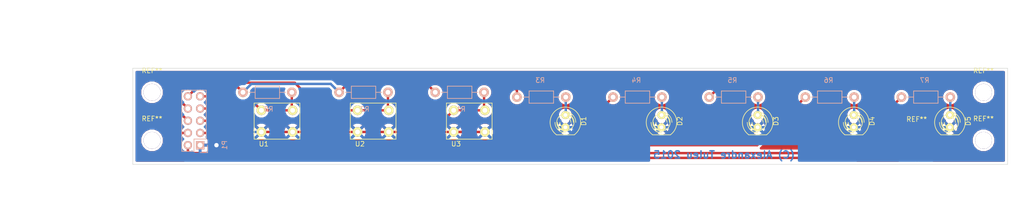
<source format=kicad_pcb>
(kicad_pcb (version 4) (host pcbnew 0.201503220816+5528~22~ubuntu14.04.1-product)

  (general
    (links 33)
    (no_connects 0)
    (area 45.115476 79.07412 235.884524 102.83582)
    (thickness 1.6)
    (drawings 18)
    (tracks 100)
    (zones 0)
    (modules 22)
    (nets 16)
  )

  (page A4)
  (layers
    (0 F.Cu signal)
    (31 B.Cu signal)
    (32 B.Adhes user)
    (33 F.Adhes user)
    (34 B.Paste user)
    (35 F.Paste user)
    (36 B.SilkS user)
    (37 F.SilkS user)
    (38 B.Mask user)
    (39 F.Mask user)
    (40 Dwgs.User user)
    (41 Cmts.User user)
    (42 Eco1.User user)
    (43 Eco2.User user)
    (44 Edge.Cuts user)
    (45 Margin user)
    (46 B.CrtYd user)
    (47 F.CrtYd user)
    (48 B.Fab user)
    (49 F.Fab user)
  )

  (setup
    (last_trace_width 0.5)
    (trace_clearance 0.5)
    (zone_clearance 0.5)
    (zone_45_only no)
    (trace_min 0.2)
    (segment_width 0.2)
    (edge_width 0.1)
    (via_size 1.8)
    (via_drill 0.9)
    (via_min_size 0.4)
    (via_min_drill 0.3)
    (uvia_size 0.3)
    (uvia_drill 0.1)
    (uvias_allowed no)
    (uvia_min_size 0.2)
    (uvia_min_drill 0.1)
    (pcb_text_width 0.3)
    (pcb_text_size 1.5 1.5)
    (mod_edge_width 0.15)
    (mod_text_size 1 1)
    (mod_text_width 0.15)
    (pad_size 1.5 1.5)
    (pad_drill 0.6)
    (pad_to_mask_clearance 0)
    (aux_axis_origin 0 0)
    (visible_elements FFFFFF7F)
    (pcbplotparams
      (layerselection 0x00030_80000001)
      (usegerberextensions false)
      (excludeedgelayer true)
      (linewidth 0.100000)
      (plotframeref false)
      (viasonmask false)
      (mode 1)
      (useauxorigin false)
      (hpglpennumber 1)
      (hpglpenspeed 20)
      (hpglpendiameter 15)
      (hpglpenoverlay 2)
      (psnegative false)
      (psa4output false)
      (plotreference true)
      (plotvalue true)
      (plotinvisibletext false)
      (padsonsilk false)
      (subtractmaskfromsilk false)
      (outputformat 1)
      (mirror false)
      (drillshape 1)
      (scaleselection 1)
      (outputdirectory ""))
  )

  (net 0 "")
  (net 1 "Net-(D1-Pad1)")
  (net 2 GND)
  (net 3 "Net-(D2-Pad1)")
  (net 4 "Net-(D3-Pad1)")
  (net 5 "Net-(D4-Pad1)")
  (net 6 "Net-(D5-Pad1)")
  (net 7 "Net-(P1-Pad2)")
  (net 8 "Net-(P1-Pad3)")
  (net 9 "Net-(P1-Pad4)")
  (net 10 "Net-(P1-Pad5)")
  (net 11 "Net-(P1-Pad6)")
  (net 12 "Net-(P1-Pad7)")
  (net 13 "Net-(P1-Pad8)")
  (net 14 "Net-(P1-Pad9)")
  (net 15 +5V)

  (net_class Default "This is the default net class."
    (clearance 0.5)
    (trace_width 0.5)
    (via_dia 1.8)
    (via_drill 0.9)
    (uvia_dia 0.3)
    (uvia_drill 0.1)
    (add_net +5V)
    (add_net GND)
    (add_net "Net-(D1-Pad1)")
    (add_net "Net-(D2-Pad1)")
    (add_net "Net-(D3-Pad1)")
    (add_net "Net-(D4-Pad1)")
    (add_net "Net-(D5-Pad1)")
    (add_net "Net-(P1-Pad2)")
    (add_net "Net-(P1-Pad3)")
    (add_net "Net-(P1-Pad4)")
    (add_net "Net-(P1-Pad5)")
    (add_net "Net-(P1-Pad6)")
    (add_net "Net-(P1-Pad7)")
    (add_net "Net-(P1-Pad8)")
    (add_net "Net-(P1-Pad9)")
  )

  (module LEDs:LED-5MM (layer F.Cu) (tedit 0) (tstamp 5519298F)
    (at 140 91 270)
    (descr "LED 5mm - Lead pitch 100mil (2,54mm)")
    (tags "LED led 5mm 5MM 100mil 2,54mm")
    (path /55191A97)
    (fp_text reference D1 (at 0 -3.81 270) (layer F.SilkS)
      (effects (font (size 1 1) (thickness 0.15)))
    )
    (fp_text value LED (at 0 3.81 270) (layer F.Fab)
      (effects (font (size 1 1) (thickness 0.15)))
    )
    (fp_line (start 2.8448 1.905) (end 2.8448 -1.905) (layer F.SilkS) (width 0.15))
    (fp_circle (center 0.254 0) (end -1.016 1.27) (layer F.SilkS) (width 0.15))
    (fp_arc (start 0.254 0) (end 2.794 1.905) (angle 286.2) (layer F.SilkS) (width 0.15))
    (fp_arc (start 0.254 0) (end -0.889 0) (angle 90) (layer F.SilkS) (width 0.15))
    (fp_arc (start 0.254 0) (end 1.397 0) (angle 90) (layer F.SilkS) (width 0.15))
    (fp_arc (start 0.254 0) (end -1.397 0) (angle 90) (layer F.SilkS) (width 0.15))
    (fp_arc (start 0.254 0) (end 1.905 0) (angle 90) (layer F.SilkS) (width 0.15))
    (fp_arc (start 0.254 0) (end -1.905 0) (angle 90) (layer F.SilkS) (width 0.15))
    (fp_arc (start 0.254 0) (end 2.413 0) (angle 90) (layer F.SilkS) (width 0.15))
    (pad 1 thru_hole circle (at -1.27 0 270) (size 1.6764 1.6764) (drill 0.8128) (layers *.Cu *.Mask F.SilkS)
      (net 1 "Net-(D1-Pad1)"))
    (pad 2 thru_hole circle (at 1.27 0 270) (size 1.6764 1.6764) (drill 0.8128) (layers *.Cu *.Mask F.SilkS)
      (net 2 GND))
    (model LEDs.3dshapes/LED-5MM.wrl
      (at (xyz 0 0 0))
      (scale (xyz 1 1 1))
      (rotate (xyz 0 0 0))
    )
  )

  (module LEDs:LED-5MM (layer F.Cu) (tedit 0) (tstamp 5519299E)
    (at 160 91 270)
    (descr "LED 5mm - Lead pitch 100mil (2,54mm)")
    (tags "LED led 5mm 5MM 100mil 2,54mm")
    (path /55192B29)
    (fp_text reference D2 (at 0 -3.81 270) (layer F.SilkS)
      (effects (font (size 1 1) (thickness 0.15)))
    )
    (fp_text value LED (at 0 3.81 270) (layer F.Fab)
      (effects (font (size 1 1) (thickness 0.15)))
    )
    (fp_line (start 2.8448 1.905) (end 2.8448 -1.905) (layer F.SilkS) (width 0.15))
    (fp_circle (center 0.254 0) (end -1.016 1.27) (layer F.SilkS) (width 0.15))
    (fp_arc (start 0.254 0) (end 2.794 1.905) (angle 286.2) (layer F.SilkS) (width 0.15))
    (fp_arc (start 0.254 0) (end -0.889 0) (angle 90) (layer F.SilkS) (width 0.15))
    (fp_arc (start 0.254 0) (end 1.397 0) (angle 90) (layer F.SilkS) (width 0.15))
    (fp_arc (start 0.254 0) (end -1.397 0) (angle 90) (layer F.SilkS) (width 0.15))
    (fp_arc (start 0.254 0) (end 1.905 0) (angle 90) (layer F.SilkS) (width 0.15))
    (fp_arc (start 0.254 0) (end -1.905 0) (angle 90) (layer F.SilkS) (width 0.15))
    (fp_arc (start 0.254 0) (end 2.413 0) (angle 90) (layer F.SilkS) (width 0.15))
    (pad 1 thru_hole circle (at -1.27 0 270) (size 1.6764 1.6764) (drill 0.8128) (layers *.Cu *.Mask F.SilkS)
      (net 3 "Net-(D2-Pad1)"))
    (pad 2 thru_hole circle (at 1.27 0 270) (size 1.6764 1.6764) (drill 0.8128) (layers *.Cu *.Mask F.SilkS)
      (net 2 GND))
    (model LEDs.3dshapes/LED-5MM.wrl
      (at (xyz 0 0 0))
      (scale (xyz 1 1 1))
      (rotate (xyz 0 0 0))
    )
  )

  (module LEDs:LED-5MM (layer F.Cu) (tedit 0) (tstamp 551929AD)
    (at 180 91 270)
    (descr "LED 5mm - Lead pitch 100mil (2,54mm)")
    (tags "LED led 5mm 5MM 100mil 2,54mm")
    (path /55192B67)
    (fp_text reference D3 (at 0 -3.81 270) (layer F.SilkS)
      (effects (font (size 1 1) (thickness 0.15)))
    )
    (fp_text value LED (at 0 3.81 270) (layer F.Fab)
      (effects (font (size 1 1) (thickness 0.15)))
    )
    (fp_line (start 2.8448 1.905) (end 2.8448 -1.905) (layer F.SilkS) (width 0.15))
    (fp_circle (center 0.254 0) (end -1.016 1.27) (layer F.SilkS) (width 0.15))
    (fp_arc (start 0.254 0) (end 2.794 1.905) (angle 286.2) (layer F.SilkS) (width 0.15))
    (fp_arc (start 0.254 0) (end -0.889 0) (angle 90) (layer F.SilkS) (width 0.15))
    (fp_arc (start 0.254 0) (end 1.397 0) (angle 90) (layer F.SilkS) (width 0.15))
    (fp_arc (start 0.254 0) (end -1.397 0) (angle 90) (layer F.SilkS) (width 0.15))
    (fp_arc (start 0.254 0) (end 1.905 0) (angle 90) (layer F.SilkS) (width 0.15))
    (fp_arc (start 0.254 0) (end -1.905 0) (angle 90) (layer F.SilkS) (width 0.15))
    (fp_arc (start 0.254 0) (end 2.413 0) (angle 90) (layer F.SilkS) (width 0.15))
    (pad 1 thru_hole circle (at -1.27 0 270) (size 1.6764 1.6764) (drill 0.8128) (layers *.Cu *.Mask F.SilkS)
      (net 4 "Net-(D3-Pad1)"))
    (pad 2 thru_hole circle (at 1.27 0 270) (size 1.6764 1.6764) (drill 0.8128) (layers *.Cu *.Mask F.SilkS)
      (net 2 GND))
    (model LEDs.3dshapes/LED-5MM.wrl
      (at (xyz 0 0 0))
      (scale (xyz 1 1 1))
      (rotate (xyz 0 0 0))
    )
  )

  (module LEDs:LED-5MM (layer F.Cu) (tedit 0) (tstamp 551929BC)
    (at 200 91 270)
    (descr "LED 5mm - Lead pitch 100mil (2,54mm)")
    (tags "LED led 5mm 5MM 100mil 2,54mm")
    (path /55192BA5)
    (fp_text reference D4 (at 0 -3.81 270) (layer F.SilkS)
      (effects (font (size 1 1) (thickness 0.15)))
    )
    (fp_text value LED (at 0 3.81 270) (layer F.Fab)
      (effects (font (size 1 1) (thickness 0.15)))
    )
    (fp_line (start 2.8448 1.905) (end 2.8448 -1.905) (layer F.SilkS) (width 0.15))
    (fp_circle (center 0.254 0) (end -1.016 1.27) (layer F.SilkS) (width 0.15))
    (fp_arc (start 0.254 0) (end 2.794 1.905) (angle 286.2) (layer F.SilkS) (width 0.15))
    (fp_arc (start 0.254 0) (end -0.889 0) (angle 90) (layer F.SilkS) (width 0.15))
    (fp_arc (start 0.254 0) (end 1.397 0) (angle 90) (layer F.SilkS) (width 0.15))
    (fp_arc (start 0.254 0) (end -1.397 0) (angle 90) (layer F.SilkS) (width 0.15))
    (fp_arc (start 0.254 0) (end 1.905 0) (angle 90) (layer F.SilkS) (width 0.15))
    (fp_arc (start 0.254 0) (end -1.905 0) (angle 90) (layer F.SilkS) (width 0.15))
    (fp_arc (start 0.254 0) (end 2.413 0) (angle 90) (layer F.SilkS) (width 0.15))
    (pad 1 thru_hole circle (at -1.27 0 270) (size 1.6764 1.6764) (drill 0.8128) (layers *.Cu *.Mask F.SilkS)
      (net 5 "Net-(D4-Pad1)"))
    (pad 2 thru_hole circle (at 1.27 0 270) (size 1.6764 1.6764) (drill 0.8128) (layers *.Cu *.Mask F.SilkS)
      (net 2 GND))
    (model LEDs.3dshapes/LED-5MM.wrl
      (at (xyz 0 0 0))
      (scale (xyz 1 1 1))
      (rotate (xyz 0 0 0))
    )
  )

  (module LEDs:LED-5MM (layer F.Cu) (tedit 0) (tstamp 551929CB)
    (at 220 91 270)
    (descr "LED 5mm - Lead pitch 100mil (2,54mm)")
    (tags "LED led 5mm 5MM 100mil 2,54mm")
    (path /55192BE1)
    (fp_text reference D5 (at 0 -3.81 270) (layer F.SilkS)
      (effects (font (size 1 1) (thickness 0.15)))
    )
    (fp_text value LED (at 0 3.81 270) (layer F.Fab)
      (effects (font (size 1 1) (thickness 0.15)))
    )
    (fp_line (start 2.8448 1.905) (end 2.8448 -1.905) (layer F.SilkS) (width 0.15))
    (fp_circle (center 0.254 0) (end -1.016 1.27) (layer F.SilkS) (width 0.15))
    (fp_arc (start 0.254 0) (end 2.794 1.905) (angle 286.2) (layer F.SilkS) (width 0.15))
    (fp_arc (start 0.254 0) (end -0.889 0) (angle 90) (layer F.SilkS) (width 0.15))
    (fp_arc (start 0.254 0) (end 1.397 0) (angle 90) (layer F.SilkS) (width 0.15))
    (fp_arc (start 0.254 0) (end -1.397 0) (angle 90) (layer F.SilkS) (width 0.15))
    (fp_arc (start 0.254 0) (end 1.905 0) (angle 90) (layer F.SilkS) (width 0.15))
    (fp_arc (start 0.254 0) (end -1.905 0) (angle 90) (layer F.SilkS) (width 0.15))
    (fp_arc (start 0.254 0) (end 2.413 0) (angle 90) (layer F.SilkS) (width 0.15))
    (pad 1 thru_hole circle (at -1.27 0 270) (size 1.6764 1.6764) (drill 0.8128) (layers *.Cu *.Mask F.SilkS)
      (net 6 "Net-(D5-Pad1)"))
    (pad 2 thru_hole circle (at 1.27 0 270) (size 1.6764 1.6764) (drill 0.8128) (layers *.Cu *.Mask F.SilkS)
      (net 2 GND))
    (model LEDs.3dshapes/LED-5MM.wrl
      (at (xyz 0 0 0))
      (scale (xyz 1 1 1))
      (rotate (xyz 0 0 0))
    )
  )

  (module Socket_Strips:Socket_Strip_Straight_2x05 (layer B.Cu) (tedit 0) (tstamp 551929E5)
    (at 64 96 90)
    (descr "Through hole socket strip")
    (tags "socket strip")
    (path /55191840)
    (fp_text reference P1 (at 0 5.1 90) (layer B.SilkS)
      (effects (font (size 1 1) (thickness 0.15)) (justify mirror))
    )
    (fp_text value CONN_01X10 (at 0 3.1 90) (layer B.Fab)
      (effects (font (size 1 1) (thickness 0.15)) (justify mirror))
    )
    (fp_line (start -1.75 1.75) (end -1.75 -4.3) (layer B.CrtYd) (width 0.05))
    (fp_line (start 11.95 1.75) (end 11.95 -4.3) (layer B.CrtYd) (width 0.05))
    (fp_line (start -1.75 1.75) (end 11.95 1.75) (layer B.CrtYd) (width 0.05))
    (fp_line (start -1.75 -4.3) (end 11.95 -4.3) (layer B.CrtYd) (width 0.05))
    (fp_line (start -1.27 -3.81) (end 11.43 -3.81) (layer B.SilkS) (width 0.15))
    (fp_line (start 11.43 -3.81) (end 11.43 1.27) (layer B.SilkS) (width 0.15))
    (fp_line (start 11.43 1.27) (end 1.27 1.27) (layer B.SilkS) (width 0.15))
    (fp_line (start -1.27 -3.81) (end -1.27 -1.27) (layer B.SilkS) (width 0.15))
    (fp_line (start 0 1.55) (end -1.55 1.55) (layer B.SilkS) (width 0.15))
    (fp_line (start -1.27 -1.27) (end 1.27 -1.27) (layer B.SilkS) (width 0.15))
    (fp_line (start 1.27 -1.27) (end 1.27 1.27) (layer B.SilkS) (width 0.15))
    (fp_line (start -1.55 1.55) (end -1.55 0) (layer B.SilkS) (width 0.15))
    (pad 1 thru_hole rect (at 0 0 90) (size 1.7272 1.7272) (drill 1.016) (layers *.Cu *.Mask B.SilkS)
      (net 2 GND))
    (pad 2 thru_hole oval (at 0 -2.54 90) (size 1.7272 1.7272) (drill 1.016) (layers *.Cu *.Mask B.SilkS)
      (net 7 "Net-(P1-Pad2)"))
    (pad 3 thru_hole oval (at 2.54 0 90) (size 1.7272 1.7272) (drill 1.016) (layers *.Cu *.Mask B.SilkS)
      (net 8 "Net-(P1-Pad3)"))
    (pad 4 thru_hole oval (at 2.54 -2.54 90) (size 1.7272 1.7272) (drill 1.016) (layers *.Cu *.Mask B.SilkS)
      (net 9 "Net-(P1-Pad4)"))
    (pad 5 thru_hole oval (at 5.08 0 90) (size 1.7272 1.7272) (drill 1.016) (layers *.Cu *.Mask B.SilkS)
      (net 10 "Net-(P1-Pad5)"))
    (pad 6 thru_hole oval (at 5.08 -2.54 90) (size 1.7272 1.7272) (drill 1.016) (layers *.Cu *.Mask B.SilkS)
      (net 11 "Net-(P1-Pad6)"))
    (pad 7 thru_hole oval (at 7.62 0 90) (size 1.7272 1.7272) (drill 1.016) (layers *.Cu *.Mask B.SilkS)
      (net 12 "Net-(P1-Pad7)"))
    (pad 8 thru_hole oval (at 7.62 -2.54 90) (size 1.7272 1.7272) (drill 1.016) (layers *.Cu *.Mask B.SilkS)
      (net 13 "Net-(P1-Pad8)"))
    (pad 9 thru_hole oval (at 10.16 0 90) (size 1.7272 1.7272) (drill 1.016) (layers *.Cu *.Mask B.SilkS)
      (net 14 "Net-(P1-Pad9)"))
    (pad 10 thru_hole oval (at 10.16 -2.54 90) (size 1.7272 1.7272) (drill 1.016) (layers *.Cu *.Mask B.SilkS)
      (net 15 +5V))
    (model Socket_Strips.3dshapes/Socket_Strip_Straight_2x05.wrl
      (at (xyz 0.2 -0.05 0))
      (scale (xyz 1 1 1))
      (rotate (xyz 0 0 180))
    )
  )

  (module Resistors_ThroughHole:Resistor_Horizontal_RM10mm (layer B.Cu) (tedit 53F56209) (tstamp 551929F1)
    (at 118 85)
    (descr "Resistor, Axial,  RM 10mm, 1/3W,")
    (tags "Resistor, Axial, RM 10mm, 1/3W,")
    (path /551921EF)
    (fp_text reference R1 (at 0.24892 3.50012) (layer B.SilkS)
      (effects (font (size 1 1) (thickness 0.15)) (justify mirror))
    )
    (fp_text value 10k (at 3.81 -3.81) (layer B.Fab)
      (effects (font (size 1 1) (thickness 0.15)) (justify mirror))
    )
    (fp_line (start -2.54 1.27) (end 2.54 1.27) (layer B.SilkS) (width 0.15))
    (fp_line (start 2.54 1.27) (end 2.54 -1.27) (layer B.SilkS) (width 0.15))
    (fp_line (start 2.54 -1.27) (end -2.54 -1.27) (layer B.SilkS) (width 0.15))
    (fp_line (start -2.54 -1.27) (end -2.54 1.27) (layer B.SilkS) (width 0.15))
    (fp_line (start -2.54 0) (end -3.81 0) (layer B.SilkS) (width 0.15))
    (fp_line (start 2.54 0) (end 3.81 0) (layer B.SilkS) (width 0.15))
    (pad 1 thru_hole circle (at -5.08 0) (size 1.99898 1.99898) (drill 1.00076) (layers *.Cu *.SilkS *.Mask)
      (net 15 +5V))
    (pad 2 thru_hole circle (at 5.08 0) (size 1.99898 1.99898) (drill 1.00076) (layers *.Cu *.SilkS *.Mask)
      (net 12 "Net-(P1-Pad7)"))
    (model Resistors_ThroughHole.3dshapes/Resistor_Horizontal_RM10mm.wrl
      (at (xyz 0 0 0))
      (scale (xyz 0.4 0.4 0.4))
      (rotate (xyz 0 0 0))
    )
  )

  (module Resistors_ThroughHole:Resistor_Horizontal_RM10mm (layer B.Cu) (tedit 53F56209) (tstamp 551929FD)
    (at 98 85)
    (descr "Resistor, Axial,  RM 10mm, 1/3W,")
    (tags "Resistor, Axial, RM 10mm, 1/3W,")
    (path /55192185)
    (fp_text reference R2 (at 0.24892 3.50012) (layer B.SilkS)
      (effects (font (size 1 1) (thickness 0.15)) (justify mirror))
    )
    (fp_text value 10k (at 3.81 -3.81) (layer B.Fab)
      (effects (font (size 1 1) (thickness 0.15)) (justify mirror))
    )
    (fp_line (start -2.54 1.27) (end 2.54 1.27) (layer B.SilkS) (width 0.15))
    (fp_line (start 2.54 1.27) (end 2.54 -1.27) (layer B.SilkS) (width 0.15))
    (fp_line (start 2.54 -1.27) (end -2.54 -1.27) (layer B.SilkS) (width 0.15))
    (fp_line (start -2.54 -1.27) (end -2.54 1.27) (layer B.SilkS) (width 0.15))
    (fp_line (start -2.54 0) (end -3.81 0) (layer B.SilkS) (width 0.15))
    (fp_line (start 2.54 0) (end 3.81 0) (layer B.SilkS) (width 0.15))
    (pad 1 thru_hole circle (at -5.08 0) (size 1.99898 1.99898) (drill 1.00076) (layers *.Cu *.SilkS *.Mask)
      (net 15 +5V))
    (pad 2 thru_hole circle (at 5.08 0) (size 1.99898 1.99898) (drill 1.00076) (layers *.Cu *.SilkS *.Mask)
      (net 13 "Net-(P1-Pad8)"))
    (model Resistors_ThroughHole.3dshapes/Resistor_Horizontal_RM10mm.wrl
      (at (xyz 0 0 0))
      (scale (xyz 0.4 0.4 0.4))
      (rotate (xyz 0 0 0))
    )
  )

  (module Resistors_ThroughHole:Resistor_Horizontal_RM10mm (layer B.Cu) (tedit 53F56209) (tstamp 55192A09)
    (at 135 86 180)
    (descr "Resistor, Axial,  RM 10mm, 1/3W,")
    (tags "Resistor, Axial, RM 10mm, 1/3W,")
    (path /55191DEF)
    (fp_text reference R3 (at 0.24892 3.50012 180) (layer B.SilkS)
      (effects (font (size 1 1) (thickness 0.15)) (justify mirror))
    )
    (fp_text value 100 (at 3.81 -3.81 180) (layer B.Fab)
      (effects (font (size 1 1) (thickness 0.15)) (justify mirror))
    )
    (fp_line (start -2.54 1.27) (end 2.54 1.27) (layer B.SilkS) (width 0.15))
    (fp_line (start 2.54 1.27) (end 2.54 -1.27) (layer B.SilkS) (width 0.15))
    (fp_line (start 2.54 -1.27) (end -2.54 -1.27) (layer B.SilkS) (width 0.15))
    (fp_line (start -2.54 -1.27) (end -2.54 1.27) (layer B.SilkS) (width 0.15))
    (fp_line (start -2.54 0) (end -3.81 0) (layer B.SilkS) (width 0.15))
    (fp_line (start 2.54 0) (end 3.81 0) (layer B.SilkS) (width 0.15))
    (pad 1 thru_hole circle (at -5.08 0 180) (size 1.99898 1.99898) (drill 1.00076) (layers *.Cu *.SilkS *.Mask)
      (net 1 "Net-(D1-Pad1)"))
    (pad 2 thru_hole circle (at 5.08 0 180) (size 1.99898 1.99898) (drill 1.00076) (layers *.Cu *.SilkS *.Mask)
      (net 11 "Net-(P1-Pad6)"))
    (model Resistors_ThroughHole.3dshapes/Resistor_Horizontal_RM10mm.wrl
      (at (xyz 0 0 0))
      (scale (xyz 0.4 0.4 0.4))
      (rotate (xyz 0 0 0))
    )
  )

  (module Resistors_ThroughHole:Resistor_Horizontal_RM10mm (layer B.Cu) (tedit 53F56209) (tstamp 55192A15)
    (at 155 86 180)
    (descr "Resistor, Axial,  RM 10mm, 1/3W,")
    (tags "Resistor, Axial, RM 10mm, 1/3W,")
    (path /55191F48)
    (fp_text reference R4 (at 0.24892 3.50012 180) (layer B.SilkS)
      (effects (font (size 1 1) (thickness 0.15)) (justify mirror))
    )
    (fp_text value 100 (at 3.81 -3.81 180) (layer B.Fab)
      (effects (font (size 1 1) (thickness 0.15)) (justify mirror))
    )
    (fp_line (start -2.54 1.27) (end 2.54 1.27) (layer B.SilkS) (width 0.15))
    (fp_line (start 2.54 1.27) (end 2.54 -1.27) (layer B.SilkS) (width 0.15))
    (fp_line (start 2.54 -1.27) (end -2.54 -1.27) (layer B.SilkS) (width 0.15))
    (fp_line (start -2.54 -1.27) (end -2.54 1.27) (layer B.SilkS) (width 0.15))
    (fp_line (start -2.54 0) (end -3.81 0) (layer B.SilkS) (width 0.15))
    (fp_line (start 2.54 0) (end 3.81 0) (layer B.SilkS) (width 0.15))
    (pad 1 thru_hole circle (at -5.08 0 180) (size 1.99898 1.99898) (drill 1.00076) (layers *.Cu *.SilkS *.Mask)
      (net 3 "Net-(D2-Pad1)"))
    (pad 2 thru_hole circle (at 5.08 0 180) (size 1.99898 1.99898) (drill 1.00076) (layers *.Cu *.SilkS *.Mask)
      (net 10 "Net-(P1-Pad5)"))
    (model Resistors_ThroughHole.3dshapes/Resistor_Horizontal_RM10mm.wrl
      (at (xyz 0 0 0))
      (scale (xyz 0.4 0.4 0.4))
      (rotate (xyz 0 0 0))
    )
  )

  (module Resistors_ThroughHole:Resistor_Horizontal_RM10mm (layer B.Cu) (tedit 53F56209) (tstamp 55192A21)
    (at 175 86 180)
    (descr "Resistor, Axial,  RM 10mm, 1/3W,")
    (tags "Resistor, Axial, RM 10mm, 1/3W,")
    (path /55191F7C)
    (fp_text reference R5 (at 0.24892 3.50012 180) (layer B.SilkS)
      (effects (font (size 1 1) (thickness 0.15)) (justify mirror))
    )
    (fp_text value 100 (at 3.81 -3.81 180) (layer B.Fab)
      (effects (font (size 1 1) (thickness 0.15)) (justify mirror))
    )
    (fp_line (start -2.54 1.27) (end 2.54 1.27) (layer B.SilkS) (width 0.15))
    (fp_line (start 2.54 1.27) (end 2.54 -1.27) (layer B.SilkS) (width 0.15))
    (fp_line (start 2.54 -1.27) (end -2.54 -1.27) (layer B.SilkS) (width 0.15))
    (fp_line (start -2.54 -1.27) (end -2.54 1.27) (layer B.SilkS) (width 0.15))
    (fp_line (start -2.54 0) (end -3.81 0) (layer B.SilkS) (width 0.15))
    (fp_line (start 2.54 0) (end 3.81 0) (layer B.SilkS) (width 0.15))
    (pad 1 thru_hole circle (at -5.08 0 180) (size 1.99898 1.99898) (drill 1.00076) (layers *.Cu *.SilkS *.Mask)
      (net 4 "Net-(D3-Pad1)"))
    (pad 2 thru_hole circle (at 5.08 0 180) (size 1.99898 1.99898) (drill 1.00076) (layers *.Cu *.SilkS *.Mask)
      (net 9 "Net-(P1-Pad4)"))
    (model Resistors_ThroughHole.3dshapes/Resistor_Horizontal_RM10mm.wrl
      (at (xyz 0 0 0))
      (scale (xyz 0.4 0.4 0.4))
      (rotate (xyz 0 0 0))
    )
  )

  (module Resistors_ThroughHole:Resistor_Horizontal_RM10mm (layer B.Cu) (tedit 53F56209) (tstamp 55192A2D)
    (at 195 86 180)
    (descr "Resistor, Axial,  RM 10mm, 1/3W,")
    (tags "Resistor, Axial, RM 10mm, 1/3W,")
    (path /55191FB6)
    (fp_text reference R6 (at 0.24892 3.50012 180) (layer B.SilkS)
      (effects (font (size 1 1) (thickness 0.15)) (justify mirror))
    )
    (fp_text value 100 (at 3.81 -3.81 180) (layer B.Fab)
      (effects (font (size 1 1) (thickness 0.15)) (justify mirror))
    )
    (fp_line (start -2.54 1.27) (end 2.54 1.27) (layer B.SilkS) (width 0.15))
    (fp_line (start 2.54 1.27) (end 2.54 -1.27) (layer B.SilkS) (width 0.15))
    (fp_line (start 2.54 -1.27) (end -2.54 -1.27) (layer B.SilkS) (width 0.15))
    (fp_line (start -2.54 -1.27) (end -2.54 1.27) (layer B.SilkS) (width 0.15))
    (fp_line (start -2.54 0) (end -3.81 0) (layer B.SilkS) (width 0.15))
    (fp_line (start 2.54 0) (end 3.81 0) (layer B.SilkS) (width 0.15))
    (pad 1 thru_hole circle (at -5.08 0 180) (size 1.99898 1.99898) (drill 1.00076) (layers *.Cu *.SilkS *.Mask)
      (net 5 "Net-(D4-Pad1)"))
    (pad 2 thru_hole circle (at 5.08 0 180) (size 1.99898 1.99898) (drill 1.00076) (layers *.Cu *.SilkS *.Mask)
      (net 8 "Net-(P1-Pad3)"))
    (model Resistors_ThroughHole.3dshapes/Resistor_Horizontal_RM10mm.wrl
      (at (xyz 0 0 0))
      (scale (xyz 0.4 0.4 0.4))
      (rotate (xyz 0 0 0))
    )
  )

  (module Resistors_ThroughHole:Resistor_Horizontal_RM10mm (layer B.Cu) (tedit 53F56209) (tstamp 55192A39)
    (at 215 86 180)
    (descr "Resistor, Axial,  RM 10mm, 1/3W,")
    (tags "Resistor, Axial, RM 10mm, 1/3W,")
    (path /55191FF2)
    (fp_text reference R7 (at 0.24892 3.50012 180) (layer B.SilkS)
      (effects (font (size 1 1) (thickness 0.15)) (justify mirror))
    )
    (fp_text value 100 (at 3.81 -3.81 180) (layer B.Fab)
      (effects (font (size 1 1) (thickness 0.15)) (justify mirror))
    )
    (fp_line (start -2.54 1.27) (end 2.54 1.27) (layer B.SilkS) (width 0.15))
    (fp_line (start 2.54 1.27) (end 2.54 -1.27) (layer B.SilkS) (width 0.15))
    (fp_line (start 2.54 -1.27) (end -2.54 -1.27) (layer B.SilkS) (width 0.15))
    (fp_line (start -2.54 -1.27) (end -2.54 1.27) (layer B.SilkS) (width 0.15))
    (fp_line (start -2.54 0) (end -3.81 0) (layer B.SilkS) (width 0.15))
    (fp_line (start 2.54 0) (end 3.81 0) (layer B.SilkS) (width 0.15))
    (pad 1 thru_hole circle (at -5.08 0 180) (size 1.99898 1.99898) (drill 1.00076) (layers *.Cu *.SilkS *.Mask)
      (net 6 "Net-(D5-Pad1)"))
    (pad 2 thru_hole circle (at 5.08 0 180) (size 1.99898 1.99898) (drill 1.00076) (layers *.Cu *.SilkS *.Mask)
      (net 7 "Net-(P1-Pad2)"))
    (model Resistors_ThroughHole.3dshapes/Resistor_Horizontal_RM10mm.wrl
      (at (xyz 0 0 0))
      (scale (xyz 0.4 0.4 0.4))
      (rotate (xyz 0 0 0))
    )
  )

  (module Resistors_ThroughHole:Resistor_Horizontal_RM10mm (layer B.Cu) (tedit 53F56209) (tstamp 55192A45)
    (at 78 85)
    (descr "Resistor, Axial,  RM 10mm, 1/3W,")
    (tags "Resistor, Axial, RM 10mm, 1/3W,")
    (path /55192020)
    (fp_text reference R8 (at 0.24892 3.50012) (layer B.SilkS)
      (effects (font (size 1 1) (thickness 0.15)) (justify mirror))
    )
    (fp_text value 10k (at 3.81 -3.81) (layer B.Fab)
      (effects (font (size 1 1) (thickness 0.15)) (justify mirror))
    )
    (fp_line (start -2.54 1.27) (end 2.54 1.27) (layer B.SilkS) (width 0.15))
    (fp_line (start 2.54 1.27) (end 2.54 -1.27) (layer B.SilkS) (width 0.15))
    (fp_line (start 2.54 -1.27) (end -2.54 -1.27) (layer B.SilkS) (width 0.15))
    (fp_line (start -2.54 -1.27) (end -2.54 1.27) (layer B.SilkS) (width 0.15))
    (fp_line (start -2.54 0) (end -3.81 0) (layer B.SilkS) (width 0.15))
    (fp_line (start 2.54 0) (end 3.81 0) (layer B.SilkS) (width 0.15))
    (pad 1 thru_hole circle (at -5.08 0) (size 1.99898 1.99898) (drill 1.00076) (layers *.Cu *.SilkS *.Mask)
      (net 15 +5V))
    (pad 2 thru_hole circle (at 5.08 0) (size 1.99898 1.99898) (drill 1.00076) (layers *.Cu *.SilkS *.Mask)
      (net 14 "Net-(P1-Pad9)"))
    (model Resistors_ThroughHole.3dshapes/Resistor_Horizontal_RM10mm.wrl
      (at (xyz 0 0 0))
      (scale (xyz 0.4 0.4 0.4))
      (rotate (xyz 0 0 0))
    )
  )

  (module "Giant Midi Keyboard:FSM2JAH" (layer F.Cu) (tedit 551925F5) (tstamp 55192A51)
    (at 80 91)
    (path /55194ABC)
    (fp_text reference U1 (at -2.75 4.75) (layer F.SilkS)
      (effects (font (size 1 1) (thickness 0.15)))
    )
    (fp_text value FSM2JAH (at -1.75 -4.5) (layer F.Fab)
      (effects (font (size 1 1) (thickness 0.15)))
    )
    (fp_line (start -4.75 -3.75) (end 4.75 -3.75) (layer F.SilkS) (width 0.15))
    (fp_line (start 4.75 -3.75) (end 4.75 3.75) (layer F.SilkS) (width 0.15))
    (fp_line (start 4.75 3.75) (end -4.75 3.75) (layer F.SilkS) (width 0.15))
    (fp_line (start -4.75 3.75) (end -4.75 -3.75) (layer F.SilkS) (width 0.15))
    (pad 1 thru_hole circle (at -3.25 -2.25) (size 2 2) (drill 1) (layers *.Cu *.Mask F.SilkS)
      (net 14 "Net-(P1-Pad9)"))
    (pad 2 thru_hole circle (at 3.25 -2.25) (size 2 2) (drill 1) (layers *.Cu *.Mask F.SilkS)
      (net 14 "Net-(P1-Pad9)"))
    (pad 3 thru_hole circle (at -3.25 2.25) (size 2 2) (drill 1) (layers *.Cu *.Mask F.SilkS)
      (net 2 GND))
    (pad 4 thru_hole circle (at 3.25 2.25) (size 2 2) (drill 1) (layers *.Cu *.Mask F.SilkS)
      (net 2 GND))
  )

  (module "Giant Midi Keyboard:FSM2JAH" (layer F.Cu) (tedit 551925F5) (tstamp 55192A5D)
    (at 100 91)
    (path /55194DAF)
    (fp_text reference U2 (at -2.75 4.75) (layer F.SilkS)
      (effects (font (size 1 1) (thickness 0.15)))
    )
    (fp_text value FSM2JAH (at -1.75 -4.5) (layer F.Fab)
      (effects (font (size 1 1) (thickness 0.15)))
    )
    (fp_line (start -4.75 -3.75) (end 4.75 -3.75) (layer F.SilkS) (width 0.15))
    (fp_line (start 4.75 -3.75) (end 4.75 3.75) (layer F.SilkS) (width 0.15))
    (fp_line (start 4.75 3.75) (end -4.75 3.75) (layer F.SilkS) (width 0.15))
    (fp_line (start -4.75 3.75) (end -4.75 -3.75) (layer F.SilkS) (width 0.15))
    (pad 1 thru_hole circle (at -3.25 -2.25) (size 2 2) (drill 1) (layers *.Cu *.Mask F.SilkS)
      (net 13 "Net-(P1-Pad8)"))
    (pad 2 thru_hole circle (at 3.25 -2.25) (size 2 2) (drill 1) (layers *.Cu *.Mask F.SilkS)
      (net 13 "Net-(P1-Pad8)"))
    (pad 3 thru_hole circle (at -3.25 2.25) (size 2 2) (drill 1) (layers *.Cu *.Mask F.SilkS)
      (net 2 GND))
    (pad 4 thru_hole circle (at 3.25 2.25) (size 2 2) (drill 1) (layers *.Cu *.Mask F.SilkS)
      (net 2 GND))
  )

  (module "Giant Midi Keyboard:FSM2JAH" (layer F.Cu) (tedit 551925F5) (tstamp 55192A69)
    (at 120 91)
    (path /55194E03)
    (fp_text reference U3 (at -2.75 4.75) (layer F.SilkS)
      (effects (font (size 1 1) (thickness 0.15)))
    )
    (fp_text value FSM2JAH (at -1.75 -4.5) (layer F.Fab)
      (effects (font (size 1 1) (thickness 0.15)))
    )
    (fp_line (start -4.75 -3.75) (end 4.75 -3.75) (layer F.SilkS) (width 0.15))
    (fp_line (start 4.75 -3.75) (end 4.75 3.75) (layer F.SilkS) (width 0.15))
    (fp_line (start 4.75 3.75) (end -4.75 3.75) (layer F.SilkS) (width 0.15))
    (fp_line (start -4.75 3.75) (end -4.75 -3.75) (layer F.SilkS) (width 0.15))
    (pad 1 thru_hole circle (at -3.25 -2.25) (size 2 2) (drill 1) (layers *.Cu *.Mask F.SilkS)
      (net 12 "Net-(P1-Pad7)"))
    (pad 2 thru_hole circle (at 3.25 -2.25) (size 2 2) (drill 1) (layers *.Cu *.Mask F.SilkS)
      (net 12 "Net-(P1-Pad7)"))
    (pad 3 thru_hole circle (at -3.25 2.25) (size 2 2) (drill 1) (layers *.Cu *.Mask F.SilkS)
      (net 2 GND))
    (pad 4 thru_hole circle (at 3.25 2.25) (size 2 2) (drill 1) (layers *.Cu *.Mask F.SilkS)
      (net 2 GND))
  )

  (module Mounting_Holes:MountingHole_3-5mm (layer F.Cu) (tedit 0) (tstamp 551933CB)
    (at 227 85)
    (descr "Mounting hole, Befestigungsbohrung, 3,5mm, No Annular, Kein Restring,")
    (tags "Mounting hole, Befestigungsbohrung, 3,5mm, No Annular, Kein Restring,")
    (fp_text reference REF** (at 0 -4.50088) (layer F.SilkS)
      (effects (font (size 1 1) (thickness 0.15)))
    )
    (fp_text value MountingHole_3-5mm (at 0 5.00126) (layer F.Fab)
      (effects (font (size 1 1) (thickness 0.15)))
    )
    (fp_circle (center 0 0) (end 3.50012 0) (layer Cmts.User) (width 0.381))
    (pad 1 thru_hole circle (at 0 0) (size 3.50012 3.50012) (drill 3.50012) (layers))
  )

  (module Mounting_Holes:MountingHole_3-5mm (layer F.Cu) (tedit 0) (tstamp 551933CC)
    (at 227 95)
    (descr "Mounting hole, Befestigungsbohrung, 3,5mm, No Annular, Kein Restring,")
    (tags "Mounting hole, Befestigungsbohrung, 3,5mm, No Annular, Kein Restring,")
    (fp_text reference REF** (at 0 -4.50088) (layer F.SilkS)
      (effects (font (size 1 1) (thickness 0.15)))
    )
    (fp_text value MountingHole_3-5mm (at 0 5.00126) (layer F.Fab)
      (effects (font (size 1 1) (thickness 0.15)))
    )
    (fp_circle (center 0 0) (end 3.50012 0) (layer Cmts.User) (width 0.381))
    (pad 1 thru_hole circle (at 0 0) (size 3.50012 3.50012) (drill 3.50012) (layers))
  )

  (module Mounting_Holes:MountingHole_3-5mm (layer F.Cu) (tedit 0) (tstamp 551933CD)
    (at 54 85)
    (descr "Mounting hole, Befestigungsbohrung, 3,5mm, No Annular, Kein Restring,")
    (tags "Mounting hole, Befestigungsbohrung, 3,5mm, No Annular, Kein Restring,")
    (fp_text reference REF** (at 0 -4.50088) (layer F.SilkS)
      (effects (font (size 1 1) (thickness 0.15)))
    )
    (fp_text value MountingHole_3-5mm (at 0 5.00126) (layer F.Fab)
      (effects (font (size 1 1) (thickness 0.15)))
    )
    (fp_circle (center 0 0) (end 3.50012 0) (layer Cmts.User) (width 0.381))
    (pad 1 thru_hole circle (at 0 0) (size 3.50012 3.50012) (drill 3.50012) (layers))
  )

  (module Mounting_Holes:MountingHole_3-5mm (layer F.Cu) (tedit 0) (tstamp 551933CE)
    (at 54 95)
    (descr "Mounting hole, Befestigungsbohrung, 3,5mm, No Annular, Kein Restring,")
    (tags "Mounting hole, Befestigungsbohrung, 3,5mm, No Annular, Kein Restring,")
    (fp_text reference REF** (at 0 -4.50088) (layer F.SilkS)
      (effects (font (size 1 1) (thickness 0.15)))
    )
    (fp_text value MountingHole_3-5mm (at 0 5.00126) (layer F.Fab)
      (effects (font (size 1 1) (thickness 0.15)))
    )
    (fp_circle (center 0 0) (end 3.50012 0) (layer Cmts.User) (width 0.381))
    (pad 1 thru_hole circle (at 0 0) (size 3.50012 3.50012) (drill 3.50012) (layers))
  )

  (module Symbols:Symbol_OSHW-Logo_CopperTop (layer F.Cu) (tedit 0) (tstamp 5519342F)
    (at 213 95)
    (descr "Symbol, OSHW-Logo, Copper Top,")
    (tags "Symbol, OSHW-Logo, Copper Top,")
    (fp_text reference REF** (at 0.09906 -4.38912) (layer F.SilkS)
      (effects (font (size 1 1) (thickness 0.15)))
    )
    (fp_text value Symbol_OSHW-Logo_CopperTop (at 0.30988 6.56082) (layer F.Fab)
      (effects (font (size 1 1) (thickness 0.15)))
    )
    (fp_line (start 1.66878 2.68986) (end 2.02946 4.16052) (layer F.Cu) (width 0.381))
    (fp_line (start 2.02946 4.16052) (end 2.30886 3.0988) (layer F.Cu) (width 0.381))
    (fp_line (start 2.30886 3.0988) (end 2.61874 4.17068) (layer F.Cu) (width 0.381))
    (fp_line (start 2.61874 4.17068) (end 2.9591 2.72034) (layer F.Cu) (width 0.381))
    (fp_line (start 0.24892 3.38074) (end 1.03886 3.37058) (layer F.Cu) (width 0.381))
    (fp_line (start 1.03886 3.37058) (end 1.04902 3.38074) (layer F.Cu) (width 0.381))
    (fp_line (start 1.04902 3.38074) (end 1.04902 3.37058) (layer F.Cu) (width 0.381))
    (fp_line (start 1.08966 2.65938) (end 1.08966 4.20116) (layer F.Cu) (width 0.381))
    (fp_line (start 0.20066 2.64922) (end 0.20066 4.21894) (layer F.Cu) (width 0.381))
    (fp_line (start 0.20066 4.21894) (end 0.21082 4.20878) (layer F.Cu) (width 0.381))
    (fp_line (start -0.35052 2.75082) (end -0.70104 2.66954) (layer F.Cu) (width 0.381))
    (fp_line (start -0.70104 2.66954) (end -1.02108 2.65938) (layer F.Cu) (width 0.381))
    (fp_line (start -1.02108 2.65938) (end -1.25984 2.86004) (layer F.Cu) (width 0.381))
    (fp_line (start -1.25984 2.86004) (end -1.29032 3.12928) (layer F.Cu) (width 0.381))
    (fp_line (start -1.29032 3.12928) (end -1.04902 3.37058) (layer F.Cu) (width 0.381))
    (fp_line (start -1.04902 3.37058) (end -0.6604 3.50012) (layer F.Cu) (width 0.381))
    (fp_line (start -0.6604 3.50012) (end -0.48006 3.66014) (layer F.Cu) (width 0.381))
    (fp_line (start -0.48006 3.66014) (end -0.43942 3.95986) (layer F.Cu) (width 0.381))
    (fp_line (start -0.43942 3.95986) (end -0.67056 4.18084) (layer F.Cu) (width 0.381))
    (fp_line (start -0.67056 4.18084) (end -0.9906 4.20878) (layer F.Cu) (width 0.381))
    (fp_line (start -0.9906 4.20878) (end -1.34112 4.09956) (layer F.Cu) (width 0.381))
    (fp_line (start -2.37998 2.64922) (end -2.6289 2.66954) (layer F.Cu) (width 0.381))
    (fp_line (start -2.6289 2.66954) (end -2.8702 2.91084) (layer F.Cu) (width 0.381))
    (fp_line (start -2.8702 2.91084) (end -2.9591 3.40106) (layer F.Cu) (width 0.381))
    (fp_line (start -2.9591 3.40106) (end -2.93116 3.74904) (layer F.Cu) (width 0.381))
    (fp_line (start -2.93116 3.74904) (end -2.7305 4.06908) (layer F.Cu) (width 0.381))
    (fp_line (start -2.7305 4.06908) (end -2.47904 4.191) (layer F.Cu) (width 0.381))
    (fp_line (start -2.47904 4.191) (end -2.16916 4.11988) (layer F.Cu) (width 0.381))
    (fp_line (start -2.16916 4.11988) (end -1.95072 3.93954) (layer F.Cu) (width 0.381))
    (fp_line (start -1.95072 3.93954) (end -1.8796 3.4798) (layer F.Cu) (width 0.381))
    (fp_line (start -1.8796 3.4798) (end -1.9304 3.07086) (layer F.Cu) (width 0.381))
    (fp_line (start -1.9304 3.07086) (end -2.03962 2.78892) (layer F.Cu) (width 0.381))
    (fp_line (start -2.03962 2.78892) (end -2.4003 2.65938) (layer F.Cu) (width 0.381))
    (fp_line (start -1.78054 0.92964) (end -2.03962 1.49098) (layer F.Cu) (width 0.381))
    (fp_line (start -2.03962 1.49098) (end -1.50114 2.00914) (layer F.Cu) (width 0.381))
    (fp_line (start -1.50114 2.00914) (end -0.98044 1.7399) (layer F.Cu) (width 0.381))
    (fp_line (start -0.98044 1.7399) (end -0.70104 1.89992) (layer F.Cu) (width 0.381))
    (fp_line (start 0.73914 1.8796) (end 1.06934 1.6891) (layer F.Cu) (width 0.381))
    (fp_line (start 1.06934 1.6891) (end 1.50876 2.0193) (layer F.Cu) (width 0.381))
    (fp_line (start 1.50876 2.0193) (end 1.9812 1.52908) (layer F.Cu) (width 0.381))
    (fp_line (start 1.9812 1.52908) (end 1.69926 1.04902) (layer F.Cu) (width 0.381))
    (fp_line (start 1.69926 1.04902) (end 1.88976 0.57912) (layer F.Cu) (width 0.381))
    (fp_line (start 1.88976 0.57912) (end 2.49936 0.39116) (layer F.Cu) (width 0.381))
    (fp_line (start 2.49936 0.39116) (end 2.49936 -0.28956) (layer F.Cu) (width 0.381))
    (fp_line (start 2.49936 -0.28956) (end 1.94056 -0.42926) (layer F.Cu) (width 0.381))
    (fp_line (start 1.94056 -0.42926) (end 1.7399 -1.00076) (layer F.Cu) (width 0.381))
    (fp_line (start 1.7399 -1.00076) (end 2.00914 -1.47066) (layer F.Cu) (width 0.381))
    (fp_line (start 2.00914 -1.47066) (end 1.53924 -1.9812) (layer F.Cu) (width 0.381))
    (fp_line (start 1.53924 -1.9812) (end 1.02108 -1.71958) (layer F.Cu) (width 0.381))
    (fp_line (start 1.02108 -1.71958) (end 0.55118 -1.92024) (layer F.Cu) (width 0.381))
    (fp_line (start 0.55118 -1.92024) (end 0.381 -2.46126) (layer F.Cu) (width 0.381))
    (fp_line (start 0.381 -2.46126) (end -0.30988 -2.47904) (layer F.Cu) (width 0.381))
    (fp_line (start -0.30988 -2.47904) (end -0.5207 -1.9304) (layer F.Cu) (width 0.381))
    (fp_line (start -0.5207 -1.9304) (end -0.9398 -1.76022) (layer F.Cu) (width 0.381))
    (fp_line (start -0.9398 -1.76022) (end -1.49098 -2.02946) (layer F.Cu) (width 0.381))
    (fp_line (start -1.49098 -2.02946) (end -2.00914 -1.50114) (layer F.Cu) (width 0.381))
    (fp_line (start -2.00914 -1.50114) (end -1.76022 -0.96012) (layer F.Cu) (width 0.381))
    (fp_line (start -1.76022 -0.96012) (end -1.9304 -0.48006) (layer F.Cu) (width 0.381))
    (fp_line (start -1.9304 -0.48006) (end -2.47904 -0.381) (layer F.Cu) (width 0.381))
    (fp_line (start -2.47904 -0.381) (end -2.4892 0.32004) (layer F.Cu) (width 0.381))
    (fp_line (start -2.4892 0.32004) (end -1.9304 0.5207) (layer F.Cu) (width 0.381))
    (fp_line (start -1.9304 0.5207) (end -1.7907 0.91948) (layer F.Cu) (width 0.381))
    (fp_line (start 0.35052 0.89916) (end 0.65024 0.7493) (layer F.Cu) (width 0.381))
    (fp_line (start 0.65024 0.7493) (end 0.8509 0.55118) (layer F.Cu) (width 0.381))
    (fp_line (start 0.8509 0.55118) (end 1.00076 0.14986) (layer F.Cu) (width 0.381))
    (fp_line (start 1.00076 0.14986) (end 1.00076 -0.24892) (layer F.Cu) (width 0.381))
    (fp_line (start 1.00076 -0.24892) (end 0.8509 -0.59944) (layer F.Cu) (width 0.381))
    (fp_line (start 0.8509 -0.59944) (end 0.39878 -0.94996) (layer F.Cu) (width 0.381))
    (fp_line (start 0.39878 -0.94996) (end -0.0508 -1.00076) (layer F.Cu) (width 0.381))
    (fp_line (start -0.0508 -1.00076) (end -0.44958 -0.89916) (layer F.Cu) (width 0.381))
    (fp_line (start -0.44958 -0.89916) (end -0.8509 -0.55118) (layer F.Cu) (width 0.381))
    (fp_line (start -0.8509 -0.55118) (end -1.00076 -0.09906) (layer F.Cu) (width 0.381))
    (fp_line (start -1.00076 -0.09906) (end -0.94996 0.39878) (layer F.Cu) (width 0.381))
    (fp_line (start -0.94996 0.39878) (end -0.70104 0.70104) (layer F.Cu) (width 0.381))
    (fp_line (start -0.70104 0.70104) (end -0.35052 0.89916) (layer F.Cu) (width 0.381))
    (fp_line (start -0.35052 0.89916) (end -0.70104 1.89992) (layer F.Cu) (width 0.381))
    (fp_line (start 0.35052 0.89916) (end 0.7493 1.89992) (layer F.Cu) (width 0.381))
  )

  (dimension 26 (width 0.3) (layer Cmts.User)
    (gr_text "26.000 mm" (at 67 111.35) (layer Cmts.User)
      (effects (font (size 1.5 1.5) (thickness 0.3)))
    )
    (feature1 (pts (xy 80 90) (xy 80 112.7)))
    (feature2 (pts (xy 54 90) (xy 54 112.7)))
    (crossbar (pts (xy 54 110) (xy 80 110)))
    (arrow1a (pts (xy 80 110) (xy 78.873496 110.586421)))
    (arrow1b (pts (xy 80 110) (xy 78.873496 109.413579)))
    (arrow2a (pts (xy 54 110) (xy 55.126504 110.586421)))
    (arrow2b (pts (xy 54 110) (xy 55.126504 109.413579)))
  )
  (dimension 7 (width 0.3) (layer Cmts.User)
    (gr_text "7.000 mm" (at 223.5 111.35) (layer Cmts.User)
      (effects (font (size 1.5 1.5) (thickness 0.3)))
    )
    (feature1 (pts (xy 227 91) (xy 227 112.7)))
    (feature2 (pts (xy 220 91) (xy 220 112.7)))
    (crossbar (pts (xy 220 110) (xy 227 110)))
    (arrow1a (pts (xy 227 110) (xy 225.873496 110.586421)))
    (arrow1b (pts (xy 227 110) (xy 225.873496 109.413579)))
    (arrow2a (pts (xy 220 110) (xy 221.126504 110.586421)))
    (arrow2b (pts (xy 220 110) (xy 221.126504 109.413579)))
  )
  (dimension 20 (width 0.3) (layer Cmts.User)
    (gr_text "20.000 mm" (at 210 111.35) (layer Cmts.User)
      (effects (font (size 1.5 1.5) (thickness 0.3)))
    )
    (feature1 (pts (xy 220 91) (xy 220 112.7)))
    (feature2 (pts (xy 200 91) (xy 200 112.7)))
    (crossbar (pts (xy 200 110) (xy 220 110)))
    (arrow1a (pts (xy 220 110) (xy 218.873496 110.586421)))
    (arrow1b (pts (xy 220 110) (xy 218.873496 109.413579)))
    (arrow2a (pts (xy 200 110) (xy 201.126504 110.586421)))
    (arrow2b (pts (xy 200 110) (xy 201.126504 109.413579)))
  )
  (dimension 20 (width 0.3) (layer Cmts.User)
    (gr_text "20.000 mm" (at 190 111.35) (layer Cmts.User)
      (effects (font (size 1.5 1.5) (thickness 0.3)))
    )
    (feature1 (pts (xy 200 91) (xy 200 112.7)))
    (feature2 (pts (xy 180 91) (xy 180 112.7)))
    (crossbar (pts (xy 180 110) (xy 200 110)))
    (arrow1a (pts (xy 200 110) (xy 198.873496 110.586421)))
    (arrow1b (pts (xy 200 110) (xy 198.873496 109.413579)))
    (arrow2a (pts (xy 180 110) (xy 181.126504 110.586421)))
    (arrow2b (pts (xy 180 110) (xy 181.126504 109.413579)))
  )
  (dimension 20 (width 0.3) (layer Cmts.User)
    (gr_text "20.000 mm" (at 170 111.35) (layer Cmts.User)
      (effects (font (size 1.5 1.5) (thickness 0.3)))
    )
    (feature1 (pts (xy 180 91) (xy 180 112.7)))
    (feature2 (pts (xy 160 91) (xy 160 112.7)))
    (crossbar (pts (xy 160 110) (xy 180 110)))
    (arrow1a (pts (xy 180 110) (xy 178.873496 110.586421)))
    (arrow1b (pts (xy 180 110) (xy 178.873496 109.413579)))
    (arrow2a (pts (xy 160 110) (xy 161.126504 110.586421)))
    (arrow2b (pts (xy 160 110) (xy 161.126504 109.413579)))
  )
  (dimension 20 (width 0.3) (layer Cmts.User)
    (gr_text "20.000 mm" (at 150 111.35) (layer Cmts.User)
      (effects (font (size 1.5 1.5) (thickness 0.3)))
    )
    (feature1 (pts (xy 160 91) (xy 160 112.7)))
    (feature2 (pts (xy 140 91) (xy 140 112.7)))
    (crossbar (pts (xy 140 110) (xy 160 110)))
    (arrow1a (pts (xy 160 110) (xy 158.873496 110.586421)))
    (arrow1b (pts (xy 160 110) (xy 158.873496 109.413579)))
    (arrow2a (pts (xy 140 110) (xy 141.126504 110.586421)))
    (arrow2b (pts (xy 140 110) (xy 141.126504 109.413579)))
  )
  (dimension 20 (width 0.3) (layer Cmts.User)
    (gr_text "20.000 mm" (at 130 111.35) (layer Cmts.User)
      (effects (font (size 1.5 1.5) (thickness 0.3)))
    )
    (feature1 (pts (xy 140 91) (xy 140 112.7)))
    (feature2 (pts (xy 120 91) (xy 120 112.7)))
    (crossbar (pts (xy 120 110) (xy 140 110)))
    (arrow1a (pts (xy 140 110) (xy 138.873496 110.586421)))
    (arrow1b (pts (xy 140 110) (xy 138.873496 109.413579)))
    (arrow2a (pts (xy 120 110) (xy 121.126504 110.586421)))
    (arrow2b (pts (xy 120 110) (xy 121.126504 109.413579)))
  )
  (dimension 20 (width 0.3) (layer Cmts.User)
    (gr_text "20.000 mm" (at 110 111.35) (layer Cmts.User)
      (effects (font (size 1.5 1.5) (thickness 0.3)))
    )
    (feature1 (pts (xy 120 91) (xy 120 112.7)))
    (feature2 (pts (xy 100 91) (xy 100 112.7)))
    (crossbar (pts (xy 100 110) (xy 120 110)))
    (arrow1a (pts (xy 120 110) (xy 118.873496 110.586421)))
    (arrow1b (pts (xy 120 110) (xy 118.873496 109.413579)))
    (arrow2a (pts (xy 100 110) (xy 101.126504 110.586421)))
    (arrow2b (pts (xy 100 110) (xy 101.126504 109.413579)))
  )
  (dimension 20 (width 0.3) (layer Cmts.User)
    (gr_text "20.000 mm" (at 90 111.35) (layer Cmts.User)
      (effects (font (size 1.5 1.5) (thickness 0.3)))
    )
    (feature1 (pts (xy 100 91) (xy 100 112.7)))
    (feature2 (pts (xy 80 91) (xy 80 112.7)))
    (crossbar (pts (xy 80 110) (xy 100 110)))
    (arrow1a (pts (xy 100 110) (xy 98.873496 110.586421)))
    (arrow1b (pts (xy 100 110) (xy 98.873496 109.413579)))
    (arrow2a (pts (xy 80 110) (xy 81.126504 110.586421)))
    (arrow2b (pts (xy 80 110) (xy 81.126504 109.413579)))
  )
  (dimension 173 (width 0.3) (layer Cmts.User)
    (gr_text "173.000 mm" (at 140.5 73.65) (layer Cmts.User)
      (effects (font (size 1.5 1.5) (thickness 0.3)))
    )
    (feature1 (pts (xy 227 85) (xy 227 72.3)))
    (feature2 (pts (xy 54 85) (xy 54 72.3)))
    (crossbar (pts (xy 54 75) (xy 227 75)))
    (arrow1a (pts (xy 227 75) (xy 225.873496 75.586421)))
    (arrow1b (pts (xy 227 75) (xy 225.873496 74.413579)))
    (arrow2a (pts (xy 54 75) (xy 55.126504 75.586421)))
    (arrow2b (pts (xy 54 75) (xy 55.126504 74.413579)))
  )
  (dimension 10 (width 0.3) (layer Cmts.User)
    (gr_text "10.000 mm" (at 38.65 90 270) (layer Cmts.User)
      (effects (font (size 1.5 1.5) (thickness 0.3)))
    )
    (feature1 (pts (xy 54 95) (xy 37.3 95)))
    (feature2 (pts (xy 54 85) (xy 37.3 85)))
    (crossbar (pts (xy 40 85) (xy 40 95)))
    (arrow1a (pts (xy 40 95) (xy 39.413579 93.873496)))
    (arrow1b (pts (xy 40 95) (xy 40.586421 93.873496)))
    (arrow2a (pts (xy 40 85) (xy 39.413579 86.126504)))
    (arrow2b (pts (xy 40 85) (xy 40.586421 86.126504)))
  )
  (dimension 20 (width 0.3) (layer Cmts.User)
    (gr_text "20.000 mm" (at 28.65 90 270) (layer Cmts.User)
      (effects (font (size 1.5 1.5) (thickness 0.3)))
    )
    (feature1 (pts (xy 50 100) (xy 27.3 100)))
    (feature2 (pts (xy 50 80) (xy 27.3 80)))
    (crossbar (pts (xy 30 80) (xy 30 100)))
    (arrow1a (pts (xy 30 100) (xy 29.413579 98.873496)))
    (arrow1b (pts (xy 30 100) (xy 30.586421 98.873496)))
    (arrow2a (pts (xy 30 80) (xy 29.413579 81.126504)))
    (arrow2b (pts (xy 30 80) (xy 30.586421 81.126504)))
  )
  (dimension 182 (width 0.3) (layer Cmts.User)
    (gr_text "182.000 mm" (at 141 67.65) (layer Cmts.User)
      (effects (font (size 1.5 1.5) (thickness 0.3)))
    )
    (feature1 (pts (xy 232 80) (xy 232 66.3)))
    (feature2 (pts (xy 50 80) (xy 50 66.3)))
    (crossbar (pts (xy 50 69) (xy 232 69)))
    (arrow1a (pts (xy 232 69) (xy 230.873496 69.586421)))
    (arrow1b (pts (xy 232 69) (xy 230.873496 68.413579)))
    (arrow2a (pts (xy 50 69) (xy 51.126504 69.586421)))
    (arrow2b (pts (xy 50 69) (xy 51.126504 68.413579)))
  )
  (gr_text "(C) Alexandre Tuleu 2015" (at 173 98) (layer B.Cu)
    (effects (font (size 1.5 1.5) (thickness 0.3)) (justify mirror))
  )
  (gr_line (start 232 80) (end 50 80) (layer Edge.Cuts) (width 0.1))
  (gr_line (start 232 100) (end 232 80) (layer Edge.Cuts) (width 0.1))
  (gr_line (start 50 100) (end 232 100) (layer Edge.Cuts) (width 0.1))
  (gr_line (start 50 80) (end 50 100) (layer Edge.Cuts) (width 0.1))

  (segment (start 140.08 89.65) (end 140 89.73) (width 0.5) (layer B.Cu) (net 1))
  (segment (start 140.08 86) (end 140.08 89.65) (width 0.5) (layer B.Cu) (net 1))
  (segment (start 220 92.27) (end 200 92.27) (width 0.5) (layer B.Cu) (net 2))
  (segment (start 200 92.27) (end 180 92.27) (width 0.5) (layer B.Cu) (net 2))
  (segment (start 178.814607 92.27) (end 160 92.27) (width 0.5) (layer B.Cu) (net 2))
  (segment (start 180 92.27) (end 178.814607 92.27) (width 0.5) (layer B.Cu) (net 2))
  (segment (start 158.814607 92.27) (end 140 92.27) (width 0.5) (layer B.Cu) (net 2))
  (segment (start 160 92.27) (end 158.814607 92.27) (width 0.5) (layer B.Cu) (net 2))
  (segment (start 124.23 92.27) (end 123.25 93.25) (width 0.5) (layer B.Cu) (net 2))
  (segment (start 140 92.27) (end 124.23 92.27) (width 0.5) (layer B.Cu) (net 2))
  (via (at 67.4 96) (size 1.8) (drill 0.9) (layers F.Cu B.Cu) (net 2))
  (segment (start 64 96) (end 67.4 96) (width 0.5) (layer F.Cu) (net 2))
  (segment (start 70.15 93.25) (end 76.75 93.25) (width 0.5) (layer B.Cu) (net 2))
  (segment (start 67.4 96) (end 70.15 93.25) (width 0.5) (layer B.Cu) (net 2))
  (segment (start 76.75 93.25) (end 83.25 93.25) (width 0.5) (layer F.Cu) (net 2))
  (segment (start 83.25 93.25) (end 96.75 93.25) (width 0.5) (layer F.Cu) (net 2))
  (segment (start 96.75 93.25) (end 103.25 93.25) (width 0.5) (layer F.Cu) (net 2))
  (segment (start 103.25 93.25) (end 116.75 93.25) (width 0.5) (layer F.Cu) (net 2))
  (segment (start 118.164213 93.25) (end 123.25 93.25) (width 0.5) (layer F.Cu) (net 2))
  (segment (start 116.75 93.25) (end 118.164213 93.25) (width 0.5) (layer F.Cu) (net 2))
  (segment (start 160.08 89.65) (end 160 89.73) (width 0.5) (layer B.Cu) (net 3))
  (segment (start 160.08 86) (end 160.08 89.65) (width 0.5) (layer B.Cu) (net 3))
  (segment (start 180.08 89.65) (end 180 89.73) (width 0.5) (layer B.Cu) (net 4))
  (segment (start 180.08 86) (end 180.08 89.65) (width 0.5) (layer B.Cu) (net 4))
  (segment (start 200.08 89.65) (end 200 89.73) (width 0.5) (layer B.Cu) (net 5))
  (segment (start 200.08 86) (end 200.08 89.65) (width 0.5) (layer B.Cu) (net 5))
  (segment (start 220.08 89.65) (end 220 89.73) (width 0.5) (layer B.Cu) (net 6))
  (segment (start 220.08 86) (end 220.08 89.65) (width 0.5) (layer B.Cu) (net 6))
  (segment (start 61.46 97.221314) (end 61.46 96) (width 0.5) (layer F.Cu) (net 7))
  (segment (start 61.888687 97.650001) (end 61.46 97.221314) (width 0.5) (layer F.Cu) (net 7))
  (segment (start 198.269999 97.650001) (end 61.888687 97.650001) (width 0.5) (layer F.Cu) (net 7))
  (segment (start 209.92 86) (end 198.269999 97.650001) (width 0.5) (layer F.Cu) (net 7))
  (segment (start 188.920511 86.999489) (end 189.92 86) (width 0.5) (layer F.Cu) (net 8))
  (segment (start 179.919989 96.000011) (end 188.920511 86.999489) (width 0.5) (layer F.Cu) (net 8))
  (segment (start 71.545784 96.000011) (end 179.919989 96.000011) (width 0.5) (layer F.Cu) (net 8))
  (segment (start 69.005774 93.46) (end 71.545784 96.000011) (width 0.5) (layer F.Cu) (net 8))
  (segment (start 64 93.46) (end 69.005774 93.46) (width 0.5) (layer F.Cu) (net 8))
  (segment (start 170.919489 85.000511) (end 169.92 86) (width 0.5) (layer F.Cu) (net 9))
  (segment (start 171.669491 84.250509) (end 170.919489 85.000511) (width 0.5) (layer F.Cu) (net 9))
  (segment (start 210.759757 84.250509) (end 171.669491 84.250509) (width 0.5) (layer F.Cu) (net 9))
  (segment (start 211.669491 85.160243) (end 210.759757 84.250509) (width 0.5) (layer F.Cu) (net 9))
  (segment (start 211.669491 86.839757) (end 211.669491 85.160243) (width 0.5) (layer F.Cu) (net 9))
  (segment (start 199.859237 98.650011) (end 211.669491 86.839757) (width 0.5) (layer F.Cu) (net 9))
  (segment (start 61.47447 98.650011) (end 199.859237 98.650011) (width 0.5) (layer F.Cu) (net 9))
  (segment (start 59.846399 97.02194) (end 61.47447 98.650011) (width 0.5) (layer F.Cu) (net 9))
  (segment (start 59.846399 93.852287) (end 59.846399 97.02194) (width 0.5) (layer F.Cu) (net 9))
  (segment (start 60.238686 93.46) (end 59.846399 93.852287) (width 0.5) (layer F.Cu) (net 9))
  (segment (start 61.46 93.46) (end 60.238686 93.46) (width 0.5) (layer F.Cu) (net 9))
  (segment (start 67.88 90.92) (end 67.9 90.9) (width 0.5) (layer F.Cu) (net 10))
  (segment (start 64 90.92) (end 67.88 90.92) (width 0.5) (layer F.Cu) (net 10))
  (segment (start 148.920511 86.999489) (end 149.92 86) (width 0.5) (layer F.Cu) (net 10))
  (segment (start 140.919999 95.000001) (end 148.920511 86.999489) (width 0.5) (layer F.Cu) (net 10))
  (segment (start 71.960001 95.000001) (end 140.919999 95.000001) (width 0.5) (layer F.Cu) (net 10))
  (segment (start 67.88 90.92) (end 71.960001 95.000001) (width 0.5) (layer F.Cu) (net 10))
  (segment (start 60.596401 90.056401) (end 61.46 90.92) (width 0.5) (layer F.Cu) (net 11))
  (segment (start 58.846389 88.306389) (end 60.596401 90.056401) (width 0.5) (layer F.Cu) (net 11))
  (segment (start 58.846389 84.651254) (end 58.846389 88.306389) (width 0.5) (layer F.Cu) (net 11))
  (segment (start 61.497152 82.000491) (end 58.846389 84.651254) (width 0.5) (layer F.Cu) (net 11))
  (segment (start 127.333983 82.000491) (end 61.497152 82.000491) (width 0.5) (layer F.Cu) (net 11))
  (segment (start 129.92 84.586508) (end 127.333983 82.000491) (width 0.5) (layer F.Cu) (net 11))
  (segment (start 129.92 86) (end 129.92 84.586508) (width 0.5) (layer F.Cu) (net 11))
  (segment (start 123.08 88.58) (end 123.25 88.75) (width 0.5) (layer F.Cu) (net 12))
  (segment (start 123.08 85) (end 123.08 88.58) (width 0.5) (layer F.Cu) (net 12))
  (segment (start 116.75 88.75) (end 123.25 88.75) (width 0.5) (layer F.Cu) (net 12))
  (segment (start 115.750001 89.749999) (end 116.75 88.75) (width 0.5) (layer F.Cu) (net 12))
  (segment (start 114.999999 90.500001) (end 115.750001 89.749999) (width 0.5) (layer F.Cu) (net 12))
  (segment (start 75.909999 90.500001) (end 114.999999 90.500001) (width 0.5) (layer F.Cu) (net 12))
  (segment (start 73.789998 88.38) (end 75.909999 90.500001) (width 0.5) (layer F.Cu) (net 12))
  (segment (start 64 88.38) (end 73.789998 88.38) (width 0.5) (layer F.Cu) (net 12))
  (segment (start 103.08 88.58) (end 103.25 88.75) (width 0.5) (layer F.Cu) (net 13))
  (segment (start 103.08 85) (end 103.08 88.58) (width 0.5) (layer F.Cu) (net 13))
  (segment (start 96.75 88.75) (end 103.25 88.75) (width 0.5) (layer F.Cu) (net 13))
  (segment (start 60.596401 87.516401) (end 61.46 88.38) (width 0.5) (layer F.Cu) (net 13))
  (segment (start 59.846399 86.766399) (end 60.596401 87.516401) (width 0.5) (layer F.Cu) (net 13))
  (segment (start 59.846399 85.065471) (end 59.846399 86.766399) (width 0.5) (layer F.Cu) (net 13))
  (segment (start 61.911369 83.000501) (end 59.846399 85.065471) (width 0.5) (layer F.Cu) (net 13))
  (segment (start 83.669749 83.000501) (end 61.911369 83.000501) (width 0.5) (layer F.Cu) (net 13))
  (segment (start 89.419248 88.75) (end 83.669749 83.000501) (width 0.5) (layer F.Cu) (net 13))
  (segment (start 96.75 88.75) (end 89.419248 88.75) (width 0.5) (layer F.Cu) (net 13))
  (segment (start 78.164213 88.75) (end 83.25 88.75) (width 0.5) (layer F.Cu) (net 14))
  (segment (start 76.75 88.75) (end 78.164213 88.75) (width 0.5) (layer F.Cu) (net 14))
  (segment (start 83.08 88.58) (end 83.25 88.75) (width 0.5) (layer F.Cu) (net 14))
  (segment (start 83.08 85) (end 83.08 88.58) (width 0.5) (layer F.Cu) (net 14))
  (segment (start 67.869699 85.84) (end 67.906408 85.803291) (width 0.5) (layer F.Cu) (net 14))
  (segment (start 64 85.84) (end 67.869699 85.84) (width 0.5) (layer F.Cu) (net 14))
  (segment (start 74.749491 86.749491) (end 71.849491 86.749491) (width 0.5) (layer F.Cu) (net 14))
  (segment (start 76.75 88.75) (end 74.749491 86.749491) (width 0.5) (layer F.Cu) (net 14))
  (segment (start 70.94 85.84) (end 67.869699 85.84) (width 0.5) (layer F.Cu) (net 14))
  (segment (start 71.849491 86.749491) (end 70.94 85.84) (width 0.5) (layer F.Cu) (net 14))
  (segment (start 71.920511 84.000511) (end 72.92 85) (width 0.5) (layer F.Cu) (net 15))
  (segment (start 63.299489 84.000511) (end 71.920511 84.000511) (width 0.5) (layer F.Cu) (net 15))
  (segment (start 61.46 85.84) (end 63.299489 84.000511) (width 0.5) (layer F.Cu) (net 15))
  (segment (start 91.920511 84.000511) (end 92.92 85) (width 0.5) (layer B.Cu) (net 15))
  (segment (start 91.170509 83.250509) (end 91.920511 84.000511) (width 0.5) (layer B.Cu) (net 15))
  (segment (start 74.669491 83.250509) (end 91.170509 83.250509) (width 0.5) (layer B.Cu) (net 15))
  (segment (start 72.92 85) (end 74.669491 83.250509) (width 0.5) (layer B.Cu) (net 15))
  (segment (start 93.919489 84.000511) (end 92.92 85) (width 0.5) (layer F.Cu) (net 15))
  (segment (start 111.170509 83.250509) (end 94.669491 83.250509) (width 0.5) (layer F.Cu) (net 15))
  (segment (start 94.669491 83.250509) (end 93.919489 84.000511) (width 0.5) (layer F.Cu) (net 15))
  (segment (start 112.92 85) (end 111.170509 83.250509) (width 0.5) (layer F.Cu) (net 15))

  (zone (net 2) (net_name GND) (layer F.Cu) (tstamp 0) (hatch edge 0.508)
    (connect_pads (clearance 0.5))
    (min_thickness 0.5)
    (fill yes (arc_segments 16) (thermal_gap 0.7) (thermal_bridge_width 0.6) (smoothing chamfer) (radius 0.25))
    (polygon
      (pts
        (xy 50 80) (xy 232 80) (xy 232 100) (xy 50 100)
      )
    )
    (filled_polygon
      (pts
        (xy 70.781561 96.650001) (xy 65.8136 96.650001) (xy 65.8136 96.2875) (xy 65.5761 96.05) (xy 64.05 96.05)
        (xy 64.05 96.07) (xy 63.95 96.07) (xy 63.95 96.05) (xy 63.93 96.05) (xy 63.93 95.95)
        (xy 63.95 95.95) (xy 63.95 95.93) (xy 64.05 95.93) (xy 64.05 95.95) (xy 65.5761 95.95)
        (xy 65.8136 95.7125) (xy 65.8136 94.947433) (xy 65.668971 94.598268) (xy 65.530703 94.46) (xy 68.59156 94.46)
        (xy 70.781561 96.650001)
      )
    )
    (filled_polygon
      (pts
        (xy 208.336895 85.250509) (xy 208.170814 85.650478) (xy 208.170216 86.33557) (xy 201.727649 92.778136) (xy 201.783863 92.646846)
        (xy 201.792287 91.935505) (xy 201.588475 91.426492) (xy 201.588475 89.415473) (xy 201.347196 88.831532) (xy 200.900818 88.384374)
        (xy 200.317299 88.142076) (xy 199.685473 88.141525) (xy 199.101532 88.382804) (xy 198.654374 88.829182) (xy 198.412076 89.412701)
        (xy 198.411525 90.044527) (xy 198.652804 90.628468) (xy 198.944883 90.921057) (xy 198.91463 91.113919) (xy 200 92.199289)
        (xy 201.08537 91.113919) (xy 201.055084 90.920852) (xy 201.345626 90.630818) (xy 201.587924 90.047299) (xy 201.588475 89.415473)
        (xy 201.588475 91.426492) (xy 201.527852 91.275089) (xy 201.503861 91.239185) (xy 201.156081 91.18463) (xy 200.070711 92.27)
        (xy 200.084853 92.284142) (xy 200.014141 92.354853) (xy 200 92.340711) (xy 199.929289 92.411422) (xy 199.929289 92.27)
        (xy 198.843919 91.18463) (xy 198.496139 91.239185) (xy 198.216137 91.893154) (xy 198.207713 92.604495) (xy 198.472148 93.264911)
        (xy 198.496139 93.300815) (xy 198.843919 93.35537) (xy 199.929289 92.27) (xy 199.929289 92.411422) (xy 198.91463 93.426081)
        (xy 198.969185 93.773861) (xy 199.623154 94.053863) (xy 200.334495 94.062287) (xy 200.516291 93.989494) (xy 197.855785 96.650001)
        (xy 180.684212 96.650001) (xy 189.585015 87.749198) (xy 190.266468 87.749793) (xy 190.909712 87.484011) (xy 191.402281 86.992301)
        (xy 191.669186 86.349522) (xy 191.669793 85.653532) (xy 191.503267 85.250509) (xy 198.496895 85.250509) (xy 198.330814 85.650478)
        (xy 198.330207 86.346468) (xy 198.595989 86.989712) (xy 199.087699 87.482281) (xy 199.730478 87.749186) (xy 200.426468 87.749793)
        (xy 201.069712 87.484011) (xy 201.562281 86.992301) (xy 201.829186 86.349522) (xy 201.829793 85.653532) (xy 201.663267 85.250509)
        (xy 208.336895 85.250509)
      )
    )
    (filled_polygon
      (pts
        (xy 231.2 99.2) (xy 229.500493 99.2) (xy 229.500493 94.504889) (xy 229.500493 84.504889) (xy 229.120684 83.58568)
        (xy 228.418019 82.881788) (xy 227.499474 82.500375) (xy 226.504889 82.499507) (xy 225.58568 82.879316) (xy 224.881788 83.581981)
        (xy 224.500375 84.500526) (xy 224.499507 85.495111) (xy 224.879316 86.41432) (xy 225.581981 87.118212) (xy 226.500526 87.499625)
        (xy 227.495111 87.500493) (xy 228.41432 87.120684) (xy 229.118212 86.418019) (xy 229.499625 85.499474) (xy 229.500493 84.504889)
        (xy 229.500493 94.504889) (xy 229.120684 93.58568) (xy 228.418019 92.881788) (xy 227.499474 92.500375) (xy 226.504889 92.499507)
        (xy 225.58568 92.879316) (xy 224.881788 93.581981) (xy 224.500375 94.500526) (xy 224.499507 95.495111) (xy 224.879316 96.41432)
        (xy 225.581981 97.118212) (xy 226.500526 97.499625) (xy 227.495111 97.500493) (xy 228.41432 97.120684) (xy 229.118212 96.418019)
        (xy 229.499625 95.499474) (xy 229.500493 94.504889) (xy 229.500493 99.2) (xy 221.829793 99.2) (xy 221.829793 85.653532)
        (xy 221.564011 85.010288) (xy 221.072301 84.517719) (xy 220.429522 84.250814) (xy 219.733532 84.250207) (xy 219.090288 84.515989)
        (xy 218.597719 85.007699) (xy 218.330814 85.650478) (xy 218.330207 86.346468) (xy 218.595989 86.989712) (xy 219.087699 87.482281)
        (xy 219.730478 87.749186) (xy 220.426468 87.749793) (xy 221.069712 87.484011) (xy 221.562281 86.992301) (xy 221.829186 86.349522)
        (xy 221.829793 85.653532) (xy 221.829793 99.2) (xy 221.792287 99.2) (xy 221.792287 91.935505) (xy 221.588475 91.426492)
        (xy 221.588475 89.415473) (xy 221.347196 88.831532) (xy 220.900818 88.384374) (xy 220.317299 88.142076) (xy 219.685473 88.141525)
        (xy 219.101532 88.382804) (xy 218.654374 88.829182) (xy 218.412076 89.412701) (xy 218.411525 90.044527) (xy 218.652804 90.628468)
        (xy 218.944883 90.921057) (xy 218.91463 91.113919) (xy 220 92.199289) (xy 221.08537 91.113919) (xy 221.055084 90.920852)
        (xy 221.345626 90.630818) (xy 221.587924 90.047299) (xy 221.588475 89.415473) (xy 221.588475 91.426492) (xy 221.527852 91.275089)
        (xy 221.503861 91.239185) (xy 221.156081 91.18463) (xy 220.070711 92.27) (xy 221.156081 93.35537) (xy 221.503861 93.300815)
        (xy 221.783863 92.646846) (xy 221.792287 91.935505) (xy 221.792287 99.2) (xy 221.08537 99.2) (xy 221.08537 93.426081)
        (xy 220 92.340711) (xy 219.929289 92.411422) (xy 219.929289 92.27) (xy 218.843919 91.18463) (xy 218.496139 91.239185)
        (xy 218.216137 91.893154) (xy 218.207713 92.604495) (xy 218.472148 93.264911) (xy 218.496139 93.300815) (xy 218.843919 93.35537)
        (xy 219.929289 92.27) (xy 219.929289 92.411422) (xy 218.91463 93.426081) (xy 218.969185 93.773861) (xy 219.623154 94.053863)
        (xy 220.334495 94.062287) (xy 220.994911 93.797852) (xy 221.030815 93.773861) (xy 221.08537 93.426081) (xy 221.08537 99.2)
        (xy 216.57791 99.2) (xy 216.874725 97.935215) (xy 216.887257 97.568464) (xy 216.758484 97.224835) (xy 216.508014 96.956642)
        (xy 216.173975 96.804715) (xy 215.877479 96.794583) (xy 215.891437 96.765742) (xy 215.898866 96.637828) (xy 215.92154 96.511712)
        (xy 215.909418 96.456157) (xy 215.912716 96.399395) (xy 215.87063 96.278377) (xy 215.865699 96.255775) (xy 215.97591 96.182134)
        (xy 216.099316 96.115448) (xy 216.12739 96.080918) (xy 216.164394 96.056194) (xy 216.242326 95.939559) (xy 216.33082 95.830722)
        (xy 216.343544 95.788077) (xy 216.368269 95.751074) (xy 216.395635 95.613493) (xy 216.435742 95.479076) (xy 216.431177 95.434807)
        (xy 216.43986 95.39116) (xy 216.43986 94.71044) (xy 216.426218 94.641859) (xy 216.429618 94.572014) (xy 216.390748 94.463538)
        (xy 216.368269 94.350526) (xy 216.329419 94.292383) (xy 216.305832 94.226557) (xy 216.228411 94.141215) (xy 216.164394 94.045406)
        (xy 216.106253 94.006557) (xy 216.059269 93.954766) (xy 215.955081 93.905547) (xy 215.879358 93.85495) (xy 215.896247 93.785263)
        (xy 215.941993 93.649032) (xy 215.939177 93.608132) (xy 215.948833 93.568291) (xy 215.926658 93.426308) (xy 215.916788 93.282934)
        (xy 215.898534 93.246224) (xy 215.892209 93.205721) (xy 215.817387 93.083029) (xy 215.753402 92.954349) (xy 215.722491 92.92742)
        (xy 215.701146 92.892419) (xy 215.231246 92.381879) (xy 215.186674 92.349348) (xy 215.152672 92.305889) (xy 215.039667 92.242056)
        (xy 214.934831 92.165542) (xy 214.881202 92.152544) (xy 214.833158 92.125406) (xy 214.704326 92.109677) (xy 214.578191 92.079107)
        (xy 214.523672 92.087621) (xy 214.468898 92.080934) (xy 214.343853 92.115704) (xy 214.217303 92.135468) (xy 214.176224 92.070428)
        (xy 214.101874 91.934686) (xy 214.078759 91.916108) (xy 214.062923 91.891035) (xy 213.936481 91.80176) (xy 213.81584 91.704801)
        (xy 213.787375 91.696483) (xy 213.763149 91.679378) (xy 213.612171 91.645286) (xy 213.463605 91.601874) (xy 213.434122 91.605082)
        (xy 213.405196 91.598551) (xy 212.714316 91.580771) (xy 212.690071 91.584948) (xy 212.665824 91.580773) (xy 212.510047 91.615965)
        (xy 212.352679 91.643079) (xy 212.331878 91.656216) (xy 212.30788 91.661638) (xy 212.17743 91.753763) (xy 212.042415 91.839037)
        (xy 212.028225 91.859133) (xy 212.008128 91.873327) (xy 211.922865 92.008357) (xy 211.859568 92.098005) (xy 211.712554 92.070243)
        (xy 211.567002 92.031829) (xy 211.533304 92.036394) (xy 211.499889 92.030084) (xy 211.352533 92.060884) (xy 211.203359 92.081095)
        (xy 211.173973 92.098208) (xy 211.140688 92.105166) (xy 211.016341 92.190009) (xy 210.886251 92.265771) (xy 210.86565 92.292828)
        (xy 210.837561 92.311994) (xy 210.319401 92.840314) (xy 210.31186 92.851839) (xy 210.30071 92.859928) (xy 210.211667 93.004987)
        (xy 210.118498 93.147399) (xy 210.115942 93.160933) (xy 210.108736 93.172673) (xy 210.081983 93.340761) (xy 210.050404 93.507991)
        (xy 210.053222 93.521472) (xy 210.051057 93.535076) (xy 210.090663 93.700596) (xy 210.108726 93.787014) (xy 210.097175 93.794493)
        (xy 210.012383 93.827868) (xy 209.944654 93.893238) (xy 209.865633 93.944398) (xy 209.813911 94.019428) (xy 209.748343 94.082713)
        (xy 209.710784 94.169028) (xy 209.657358 94.246532) (xy 209.638286 94.335642) (xy 209.601927 94.419203) (xy 209.600259 94.513323)
        (xy 209.580559 94.605371) (xy 209.570399 95.306411) (xy 209.575781 95.335682) (xy 209.571381 95.365118) (xy 209.608792 95.515197)
        (xy 209.636767 95.667325) (xy 209.652942 95.692309) (xy 209.660141 95.721187) (xy 209.752139 95.845528) (xy 209.836199 95.975367)
        (xy 209.860701 95.992257) (xy 209.878405 96.016185) (xy 210.010985 96.095856) (xy 210.085226 96.147033) (xy 210.084711 96.147839)
        (xy 210.057172 96.301689) (xy 210.020621 96.453644) (xy 210.025005 96.481402) (xy 210.020054 96.509063) (xy 210.053485 96.66173)
        (xy 210.073465 96.788242) (xy 210.011186 96.800631) (xy 209.978957 96.822165) (xy 209.941683 96.832795) (xy 209.827369 96.923453)
        (xy 209.706066 97.004506) (xy 209.464766 97.245806) (xy 209.408922 97.329382) (xy 209.339058 97.401656) (xy 209.307964 97.480475)
        (xy 209.260891 97.550926) (xy 209.24128 97.649515) (xy 209.204394 97.74302) (xy 209.115494 98.23324) (xy 209.117561 98.355187)
        (xy 209.103417 98.476332) (xy 209.131357 98.824312) (xy 209.142678 98.864214) (xy 209.141475 98.905677) (xy 209.192426 99.039546)
        (xy 209.231524 99.177342) (xy 209.249444 99.2) (xy 200.723462 99.2) (xy 212.376598 87.546864) (xy 212.59337 87.222441)
        (xy 212.593371 87.22244) (xy 212.669491 86.839757) (xy 212.669491 85.160243) (xy 212.593371 84.77756) (xy 212.59337 84.777559)
        (xy 212.376598 84.453136) (xy 211.466864 83.543402) (xy 211.142441 83.326629) (xy 210.759757 83.250509) (xy 171.669491 83.250509)
        (xy 171.286807 83.326629) (xy 170.962384 83.543402) (xy 170.254984 84.250801) (xy 169.573532 84.250207) (xy 168.930288 84.515989)
        (xy 168.437719 85.007699) (xy 168.170814 85.650478) (xy 168.170207 86.346468) (xy 168.435989 86.989712) (xy 168.927699 87.482281)
        (xy 169.570478 87.749186) (xy 170.266468 87.749793) (xy 170.909712 87.484011) (xy 171.402281 86.992301) (xy 171.669186 86.349522)
        (xy 171.669783 85.66443) (xy 172.083705 85.250509) (xy 178.496895 85.250509) (xy 178.330814 85.650478) (xy 178.330207 86.346468)
        (xy 178.595989 86.989712) (xy 179.087699 87.482281) (xy 179.730478 87.749186) (xy 180.426468 87.749793) (xy 181.069712 87.484011)
        (xy 181.562281 86.992301) (xy 181.829186 86.349522) (xy 181.829793 85.653532) (xy 181.663267 85.250509) (xy 188.336895 85.250509)
        (xy 188.170814 85.650478) (xy 188.170216 86.335569) (xy 181.72765 92.778135) (xy 181.783863 92.646846) (xy 181.792287 91.935505)
        (xy 181.588475 91.426492) (xy 181.588475 89.415473) (xy 181.347196 88.831532) (xy 180.900818 88.384374) (xy 180.317299 88.142076)
        (xy 179.685473 88.141525) (xy 179.101532 88.382804) (xy 178.654374 88.829182) (xy 178.412076 89.412701) (xy 178.411525 90.044527)
        (xy 178.652804 90.628468) (xy 178.944883 90.921057) (xy 178.91463 91.113919) (xy 180 92.199289) (xy 181.08537 91.113919)
        (xy 181.055084 90.920852) (xy 181.345626 90.630818) (xy 181.587924 90.047299) (xy 181.588475 89.415473) (xy 181.588475 91.426492)
        (xy 181.527852 91.275089) (xy 181.503861 91.239185) (xy 181.156081 91.18463) (xy 180.070711 92.27) (xy 180.084853 92.284142)
        (xy 180.014142 92.354853) (xy 180 92.340711) (xy 179.929289 92.411422) (xy 179.929289 92.27) (xy 178.843919 91.18463)
        (xy 178.496139 91.239185) (xy 178.216137 91.893154) (xy 178.207713 92.604495) (xy 178.472148 93.264911) (xy 178.496139 93.300815)
        (xy 178.843919 93.35537) (xy 179.929289 92.27) (xy 179.929289 92.411422) (xy 178.91463 93.426081) (xy 178.969185 93.773861)
        (xy 179.623154 94.053863) (xy 180.334495 94.062287) (xy 180.516291 93.989494) (xy 179.505774 95.000011) (xy 161.829793 95.000011)
        (xy 161.829793 85.653532) (xy 161.564011 85.010288) (xy 161.072301 84.517719) (xy 160.429522 84.250814) (xy 159.733532 84.250207)
        (xy 159.090288 84.515989) (xy 158.597719 85.007699) (xy 158.330814 85.650478) (xy 158.330207 86.346468) (xy 158.595989 86.989712)
        (xy 159.087699 87.482281) (xy 159.730478 87.749186) (xy 160.426468 87.749793) (xy 161.069712 87.484011) (xy 161.562281 86.992301)
        (xy 161.829186 86.349522) (xy 161.829793 85.653532) (xy 161.829793 95.000011) (xy 161.792287 95.000011) (xy 161.792287 91.935505)
        (xy 161.588475 91.426492) (xy 161.588475 89.415473) (xy 161.347196 88.831532) (xy 160.900818 88.384374) (xy 160.317299 88.142076)
        (xy 159.685473 88.141525) (xy 159.101532 88.382804) (xy 158.654374 88.829182) (xy 158.412076 89.412701) (xy 158.411525 90.044527)
        (xy 158.652804 90.628468) (xy 158.944883 90.921057) (xy 158.91463 91.113919) (xy 160 92.199289) (xy 161.08537 91.113919)
        (xy 161.055084 90.920852) (xy 161.345626 90.630818) (xy 161.587924 90.047299) (xy 161.588475 89.415473) (xy 161.588475 91.426492)
        (xy 161.527852 91.275089) (xy 161.503861 91.239185) (xy 161.156081 91.18463) (xy 160.070711 92.27) (xy 161.156081 93.35537)
        (xy 161.503861 93.300815) (xy 161.783863 92.646846) (xy 161.792287 91.935505) (xy 161.792287 95.000011) (xy 161.08537 95.000011)
        (xy 161.08537 93.426081) (xy 160 92.340711) (xy 159.929289 92.411422) (xy 159.929289 92.27) (xy 158.843919 91.18463)
        (xy 158.496139 91.239185) (xy 158.216137 91.893154) (xy 158.207713 92.604495) (xy 158.472148 93.264911) (xy 158.496139 93.300815)
        (xy 158.843919 93.35537) (xy 159.929289 92.27) (xy 159.929289 92.411422) (xy 158.91463 93.426081) (xy 158.969185 93.773861)
        (xy 159.623154 94.053863) (xy 160.334495 94.062287) (xy 160.994911 93.797852) (xy 161.030815 93.773861) (xy 161.08537 93.426081)
        (xy 161.08537 95.000011) (xy 142.334202 95.000011) (xy 149.585014 87.749198) (xy 150.266468 87.749793) (xy 150.909712 87.484011)
        (xy 151.402281 86.992301) (xy 151.669186 86.349522) (xy 151.669793 85.653532) (xy 151.404011 85.010288) (xy 150.912301 84.517719)
        (xy 150.269522 84.250814) (xy 149.573532 84.250207) (xy 148.930288 84.515989) (xy 148.437719 85.007699) (xy 148.170814 85.650478)
        (xy 148.170216 86.33557) (xy 141.829793 92.675993) (xy 141.829793 85.653532) (xy 141.564011 85.010288) (xy 141.072301 84.517719)
        (xy 140.429522 84.250814) (xy 139.733532 84.250207) (xy 139.090288 84.515989) (xy 138.597719 85.007699) (xy 138.330814 85.650478)
        (xy 138.330207 86.346468) (xy 138.595989 86.989712) (xy 139.087699 87.482281) (xy 139.730478 87.749186) (xy 140.426468 87.749793)
        (xy 141.069712 87.484011) (xy 141.562281 86.992301) (xy 141.829186 86.349522) (xy 141.829793 85.653532) (xy 141.829793 92.675993)
        (xy 141.72765 92.778136) (xy 141.783863 92.646846) (xy 141.792287 91.935505) (xy 141.588475 91.426492) (xy 141.588475 89.415473)
        (xy 141.347196 88.831532) (xy 140.900818 88.384374) (xy 140.317299 88.142076) (xy 139.685473 88.141525) (xy 139.101532 88.382804)
        (xy 138.654374 88.829182) (xy 138.412076 89.412701) (xy 138.411525 90.044527) (xy 138.652804 90.628468) (xy 138.944883 90.921057)
        (xy 138.91463 91.113919) (xy 140 92.199289) (xy 141.08537 91.113919) (xy 141.055084 90.920852) (xy 141.345626 90.630818)
        (xy 141.587924 90.047299) (xy 141.588475 89.415473) (xy 141.588475 91.426492) (xy 141.527852 91.275089) (xy 141.503861 91.239185)
        (xy 141.156081 91.18463) (xy 140.070711 92.27) (xy 140.084853 92.284142) (xy 140.014142 92.354853) (xy 140 92.340711)
        (xy 139.929289 92.411422) (xy 139.929289 92.27) (xy 138.843919 91.18463) (xy 138.496139 91.239185) (xy 138.216137 91.893154)
        (xy 138.207713 92.604495) (xy 138.472148 93.264911) (xy 138.496139 93.300815) (xy 138.843919 93.35537) (xy 139.929289 92.27)
        (xy 139.929289 92.411422) (xy 138.91463 93.426081) (xy 138.969185 93.773861) (xy 139.497354 94.000001) (xy 125.050152 94.000001)
        (xy 125.194329 93.665372) (xy 125.205282 92.889692) (xy 124.918562 92.168864) (xy 124.88737 92.122184) (xy 124.522784 92.047926)
        (xy 124.452074 92.118636) (xy 124.452074 91.977216) (xy 124.377816 91.61263) (xy 123.665372 91.305671) (xy 122.889692 91.294718)
        (xy 122.168864 91.581438) (xy 122.122184 91.61263) (xy 122.047926 91.977216) (xy 123.25 93.179289) (xy 124.452074 91.977216)
        (xy 124.452074 92.118636) (xy 123.320711 93.25) (xy 123.334852 93.264142) (xy 123.264142 93.334853) (xy 123.25 93.320711)
        (xy 123.235857 93.334852) (xy 123.165147 93.264142) (xy 123.179289 93.25) (xy 121.977216 92.047926) (xy 121.61263 92.122184)
        (xy 121.305671 92.834628) (xy 121.294718 93.610308) (xy 121.449724 94.000001) (xy 118.550152 94.000001) (xy 118.694329 93.665372)
        (xy 118.705282 92.889692) (xy 118.418562 92.168864) (xy 118.38737 92.122184) (xy 118.022784 92.047926) (xy 117.952074 92.118636)
        (xy 117.952074 91.977216) (xy 117.877816 91.61263) (xy 117.165372 91.305671) (xy 116.389692 91.294718) (xy 115.668864 91.581438)
        (xy 115.622184 91.61263) (xy 115.547926 91.977216) (xy 116.75 93.179289) (xy 117.952074 91.977216) (xy 117.952074 92.118636)
        (xy 116.820711 93.25) (xy 116.834852 93.264142) (xy 116.764142 93.334853) (xy 116.75 93.320711) (xy 116.735857 93.334852)
        (xy 116.665147 93.264142) (xy 116.679289 93.25) (xy 115.477216 92.047926) (xy 115.11263 92.122184) (xy 114.805671 92.834628)
        (xy 114.794718 93.610308) (xy 114.949724 94.000001) (xy 105.050152 94.000001) (xy 105.194329 93.665372) (xy 105.205282 92.889692)
        (xy 104.918562 92.168864) (xy 104.88737 92.122184) (xy 104.522784 92.047926) (xy 103.320711 93.25) (xy 103.334852 93.264142)
        (xy 103.264142 93.334853) (xy 103.25 93.320711) (xy 103.235857 93.334852) (xy 103.165147 93.264142) (xy 103.179289 93.25)
        (xy 101.977216 92.047926) (xy 101.61263 92.122184) (xy 101.305671 92.834628) (xy 101.294718 93.610308) (xy 101.449724 94.000001)
        (xy 98.550152 94.000001) (xy 98.694329 93.665372) (xy 98.705282 92.889692) (xy 98.418562 92.168864) (xy 98.38737 92.122184)
        (xy 98.022784 92.047926) (xy 96.820711 93.25) (xy 96.834852 93.264142) (xy 96.764142 93.334853) (xy 96.75 93.320711)
        (xy 96.735857 93.334852) (xy 96.665147 93.264142) (xy 96.679289 93.25) (xy 95.477216 92.047926) (xy 95.11263 92.122184)
        (xy 94.805671 92.834628) (xy 94.794718 93.610308) (xy 94.949724 94.000001) (xy 85.050152 94.000001) (xy 85.194329 93.665372)
        (xy 85.205282 92.889692) (xy 84.918562 92.168864) (xy 84.88737 92.122184) (xy 84.522784 92.047926) (xy 83.320711 93.25)
        (xy 83.334852 93.264142) (xy 83.264142 93.334853) (xy 83.25 93.320711) (xy 83.235857 93.334852) (xy 83.165147 93.264142)
        (xy 83.179289 93.25) (xy 81.977216 92.047926) (xy 81.61263 92.122184) (xy 81.305671 92.834628) (xy 81.294718 93.610308)
        (xy 81.449724 94.000001) (xy 78.550152 94.000001) (xy 78.694329 93.665372) (xy 78.705282 92.889692) (xy 78.418562 92.168864)
        (xy 78.38737 92.122184) (xy 78.022784 92.047926) (xy 76.820711 93.25) (xy 76.834852 93.264142) (xy 76.764142 93.334853)
        (xy 76.75 93.320711) (xy 76.735857 93.334852) (xy 76.665147 93.264142) (xy 76.679289 93.25) (xy 75.477216 92.047926)
        (xy 75.11263 92.122184) (xy 74.805671 92.834628) (xy 74.794718 93.610308) (xy 74.949724 94.000001) (xy 72.374215 94.000001)
        (xy 68.687653 90.313439) (xy 68.607107 90.192893) (xy 68.282684 89.976121) (xy 67.9 89.9) (xy 67.799453 89.92)
        (xy 65.256315 89.92) (xy 65.140988 89.7474) (xy 64.995218 89.65) (xy 65.140988 89.5526) (xy 65.256315 89.38)
        (xy 73.375784 89.38) (xy 75.202892 91.207108) (xy 75.527315 91.42388) (xy 75.527316 91.423881) (xy 75.885734 91.495174)
        (xy 75.668864 91.581438) (xy 75.622184 91.61263) (xy 75.547926 91.977216) (xy 76.75 93.179289) (xy 77.952074 91.977216)
        (xy 77.877816 91.61263) (xy 77.616406 91.500001) (xy 82.3736 91.500001) (xy 82.168864 91.581438) (xy 82.122184 91.61263)
        (xy 82.047926 91.977216) (xy 83.25 93.179289) (xy 84.452074 91.977216) (xy 84.377816 91.61263) (xy 84.116406 91.500001)
        (xy 95.8736 91.500001) (xy 95.668864 91.581438) (xy 95.622184 91.61263) (xy 95.547926 91.977216) (xy 96.75 93.179289)
        (xy 97.952074 91.977216) (xy 97.877816 91.61263) (xy 97.616406 91.500001) (xy 102.3736 91.500001) (xy 102.168864 91.581438)
        (xy 102.122184 91.61263) (xy 102.047926 91.977216) (xy 103.25 93.179289) (xy 104.452074 91.977216) (xy 104.377816 91.61263)
        (xy 104.116406 91.500001) (xy 114.999999 91.500001) (xy 115.382682 91.423881) (xy 115.382683 91.423881) (xy 115.707106 91.207108)
        (xy 116.414505 90.499708) (xy 117.096569 90.500304) (xy 117.740001 90.234443) (xy 118.22529 89.75) (xy 121.775538 89.75)
        (xy 122.25741 90.232713) (xy 122.900376 90.499696) (xy 123.596569 90.500304) (xy 124.240001 90.234443) (xy 124.732713 89.74259)
        (xy 124.999696 89.099624) (xy 125.000304 88.403431) (xy 124.734443 87.759999) (xy 124.24259 87.267287) (xy 124.08 87.199773)
        (xy 124.08 86.47374) (xy 124.562281 85.992301) (xy 124.829186 85.349522) (xy 124.829793 84.653532) (xy 124.564011 84.010288)
        (xy 124.072301 83.517719) (xy 123.429522 83.250814) (xy 122.733532 83.250207) (xy 122.090288 83.515989) (xy 121.597719 84.007699)
        (xy 121.330814 84.650478) (xy 121.330207 85.346468) (xy 121.595989 85.989712) (xy 122.08 86.474568) (xy 122.08 87.445242)
        (xy 121.774709 87.75) (xy 118.224461 87.75) (xy 117.74259 87.267287) (xy 117.099624 87.000304) (xy 116.403431 86.999696)
        (xy 115.759999 87.265557) (xy 115.267287 87.75741) (xy 115.000304 88.400376) (xy 114.999705 89.08608) (xy 114.585785 89.500001)
        (xy 104.833444 89.500001) (xy 104.999696 89.099624) (xy 105.000304 88.403431) (xy 104.734443 87.759999) (xy 104.24259 87.267287)
        (xy 104.08 87.199773) (xy 104.08 86.47374) (xy 104.562281 85.992301) (xy 104.829186 85.349522) (xy 104.829793 84.653532)
        (xy 104.663267 84.250509) (xy 110.756295 84.250509) (xy 111.170801 84.665015) (xy 111.170207 85.346468) (xy 111.435989 85.989712)
        (xy 111.927699 86.482281) (xy 112.570478 86.749186) (xy 113.266468 86.749793) (xy 113.909712 86.484011) (xy 114.402281 85.992301)
        (xy 114.669186 85.349522) (xy 114.669793 84.653532) (xy 114.404011 84.010288) (xy 113.912301 83.517719) (xy 113.269522 83.250814)
        (xy 112.58443 83.250216) (xy 112.334705 83.000491) (xy 126.919769 83.000491) (xy 128.682561 84.763283) (xy 128.437719 85.007699)
        (xy 128.170814 85.650478) (xy 128.170207 86.346468) (xy 128.435989 86.989712) (xy 128.927699 87.482281) (xy 129.570478 87.749186)
        (xy 130.266468 87.749793) (xy 130.909712 87.484011) (xy 131.402281 86.992301) (xy 131.669186 86.349522) (xy 131.669793 85.653532)
        (xy 131.404011 85.010288) (xy 130.912301 84.517719) (xy 130.905778 84.51501) (xy 130.84388 84.203825) (xy 130.843879 84.203824)
        (xy 130.627107 83.879401) (xy 128.04109 81.293384) (xy 127.716667 81.076611) (xy 127.333983 81.000491) (xy 61.497152 81.000491)
        (xy 61.114468 81.076611) (xy 60.790045 81.293384) (xy 58.139282 83.944147) (xy 57.922509 84.26857) (xy 57.846389 84.651254)
        (xy 57.846389 88.306389) (xy 57.922509 88.689073) (xy 58.139282 89.013496) (xy 59.874235 90.748449) (xy 59.8464 90.888388)
        (xy 59.8464 90.951612) (xy 59.969228 91.56911) (xy 60.319012 92.0926) (xy 60.464781 92.19) (xy 60.319012 92.2874)
        (xy 60.19832 92.468028) (xy 59.856002 92.53612) (xy 59.693791 92.644506) (xy 59.531579 92.752893) (xy 59.531576 92.752896)
        (xy 59.139292 93.14518) (xy 58.922519 93.469603) (xy 58.846399 93.852287) (xy 58.846399 97.02194) (xy 58.922519 97.404624)
        (xy 59.139292 97.729047) (xy 60.610245 99.2) (xy 56.500493 99.2) (xy 56.500493 94.504889) (xy 56.500493 84.504889)
        (xy 56.120684 83.58568) (xy 55.418019 82.881788) (xy 54.499474 82.500375) (xy 53.504889 82.499507) (xy 52.58568 82.879316)
        (xy 51.881788 83.581981) (xy 51.500375 84.500526) (xy 51.499507 85.495111) (xy 51.879316 86.41432) (xy 52.581981 87.118212)
        (xy 53.500526 87.499625) (xy 54.495111 87.500493) (xy 55.41432 87.120684) (xy 56.118212 86.418019) (xy 56.499625 85.499474)
        (xy 56.500493 84.504889) (xy 56.500493 94.504889) (xy 56.120684 93.58568) (xy 55.418019 92.881788) (xy 54.499474 92.500375)
        (xy 53.504889 92.499507) (xy 52.58568 92.879316) (xy 51.881788 93.581981) (xy 51.500375 94.500526) (xy 51.499507 95.495111)
        (xy 51.879316 96.41432) (xy 52.581981 97.118212) (xy 53.500526 97.499625) (xy 54.495111 97.500493) (xy 55.41432 97.120684)
        (xy 56.118212 96.418019) (xy 56.499625 95.499474) (xy 56.500493 94.504889) (xy 56.500493 99.2) (xy 50.8 99.2)
        (xy 50.8 80.8) (xy 231.2 80.8) (xy 231.2 99.2)
      )
    )
  )
  (zone (net 2) (net_name GND) (layer B.Cu) (tstamp 0) (hatch edge 0.508)
    (connect_pads (clearance 0.5))
    (min_thickness 0.5)
    (fill yes (arc_segments 16) (thermal_gap 0.7) (thermal_bridge_width 0.6) (smoothing chamfer) (radius 0.25))
    (polygon
      (pts
        (xy 50 80) (xy 232 80) (xy 232 100) (xy 50 100)
      )
    )
    (filled_polygon
      (pts
        (xy 231.2 99.2) (xy 229.500493 99.2) (xy 229.500493 94.504889) (xy 229.500493 84.504889) (xy 229.120684 83.58568)
        (xy 228.418019 82.881788) (xy 227.499474 82.500375) (xy 226.504889 82.499507) (xy 225.58568 82.879316) (xy 224.881788 83.581981)
        (xy 224.500375 84.500526) (xy 224.499507 85.495111) (xy 224.879316 86.41432) (xy 225.581981 87.118212) (xy 226.500526 87.499625)
        (xy 227.495111 87.500493) (xy 228.41432 87.120684) (xy 229.118212 86.418019) (xy 229.499625 85.499474) (xy 229.500493 84.504889)
        (xy 229.500493 94.504889) (xy 229.120684 93.58568) (xy 228.418019 92.881788) (xy 227.499474 92.500375) (xy 226.504889 92.499507)
        (xy 225.58568 92.879316) (xy 224.881788 93.581981) (xy 224.500375 94.500526) (xy 224.499507 95.495111) (xy 224.879316 96.41432)
        (xy 225.581981 97.118212) (xy 226.500526 97.499625) (xy 227.495111 97.500493) (xy 228.41432 97.120684) (xy 229.118212 96.418019)
        (xy 229.499625 95.499474) (xy 229.500493 94.504889) (xy 229.500493 99.2) (xy 221.829793 99.2) (xy 221.829793 85.653532)
        (xy 221.564011 85.010288) (xy 221.072301 84.517719) (xy 220.429522 84.250814) (xy 219.733532 84.250207) (xy 219.090288 84.515989)
        (xy 218.597719 85.007699) (xy 218.330814 85.650478) (xy 218.330207 86.346468) (xy 218.595989 86.989712) (xy 219.08 87.474568)
        (xy 219.08 88.404298) (xy 218.654374 88.829182) (xy 218.412076 89.412701) (xy 218.411525 90.044527) (xy 218.652804 90.628468)
        (xy 218.944883 90.921057) (xy 218.91463 91.113919) (xy 220 92.199289) (xy 221.08537 91.113919) (xy 221.055084 90.920852)
        (xy 221.345626 90.630818) (xy 221.587924 90.047299) (xy 221.588475 89.415473) (xy 221.347196 88.831532) (xy 221.08 88.563869)
        (xy 221.08 87.47374) (xy 221.562281 86.992301) (xy 221.829186 86.349522) (xy 221.829793 85.653532) (xy 221.829793 99.2)
        (xy 221.792287 99.2) (xy 221.792287 91.935505) (xy 221.527852 91.275089) (xy 221.503861 91.239185) (xy 221.156081 91.18463)
        (xy 220.070711 92.27) (xy 221.156081 93.35537) (xy 221.503861 93.300815) (xy 221.783863 92.646846) (xy 221.792287 91.935505)
        (xy 221.792287 99.2) (xy 221.08537 99.2) (xy 221.08537 93.426081) (xy 220 92.340711) (xy 219.929289 92.411422)
        (xy 219.929289 92.27) (xy 218.843919 91.18463) (xy 218.496139 91.239185) (xy 218.216137 91.893154) (xy 218.207713 92.604495)
        (xy 218.472148 93.264911) (xy 218.496139 93.300815) (xy 218.843919 93.35537) (xy 219.929289 92.27) (xy 219.929289 92.411422)
        (xy 218.91463 93.426081) (xy 218.969185 93.773861) (xy 219.623154 94.053863) (xy 220.334495 94.062287) (xy 220.994911 93.797852)
        (xy 221.030815 93.773861) (xy 221.08537 93.426081) (xy 221.08537 99.2) (xy 211.669793 99.2) (xy 211.669793 85.653532)
        (xy 211.404011 85.010288) (xy 210.912301 84.517719) (xy 210.269522 84.250814) (xy 209.573532 84.250207) (xy 208.930288 84.515989)
        (xy 208.437719 85.007699) (xy 208.170814 85.650478) (xy 208.170207 86.346468) (xy 208.435989 86.989712) (xy 208.927699 87.482281)
        (xy 209.570478 87.749186) (xy 210.266468 87.749793) (xy 210.909712 87.484011) (xy 211.402281 86.992301) (xy 211.669186 86.349522)
        (xy 211.669793 85.653532) (xy 211.669793 99.2) (xy 201.829793 99.2) (xy 201.829793 85.653532) (xy 201.564011 85.010288)
        (xy 201.072301 84.517719) (xy 200.429522 84.250814) (xy 199.733532 84.250207) (xy 199.090288 84.515989) (xy 198.597719 85.007699)
        (xy 198.330814 85.650478) (xy 198.330207 86.346468) (xy 198.595989 86.989712) (xy 199.08 87.474568) (xy 199.08 88.404298)
        (xy 198.654374 88.829182) (xy 198.412076 89.412701) (xy 198.411525 90.044527) (xy 198.652804 90.628468) (xy 198.944883 90.921057)
        (xy 198.91463 91.113919) (xy 200 92.199289) (xy 201.08537 91.113919) (xy 201.055084 90.920852) (xy 201.345626 90.630818)
        (xy 201.587924 90.047299) (xy 201.588475 89.415473) (xy 201.347196 88.831532) (xy 201.08 88.563869) (xy 201.08 87.47374)
        (xy 201.562281 86.992301) (xy 201.829186 86.349522) (xy 201.829793 85.653532) (xy 201.829793 99.2) (xy 201.792287 99.2)
        (xy 201.792287 91.935505) (xy 201.527852 91.275089) (xy 201.503861 91.239185) (xy 201.156081 91.18463) (xy 200.070711 92.27)
        (xy 201.156081 93.35537) (xy 201.503861 93.300815) (xy 201.783863 92.646846) (xy 201.792287 91.935505) (xy 201.792287 99.2)
        (xy 201.08537 99.2) (xy 201.08537 93.426081) (xy 200 92.340711) (xy 199.929289 92.411422) (xy 199.929289 92.27)
        (xy 198.843919 91.18463) (xy 198.496139 91.239185) (xy 198.216137 91.893154) (xy 198.207713 92.604495) (xy 198.472148 93.264911)
        (xy 198.496139 93.300815) (xy 198.843919 93.35537) (xy 199.929289 92.27) (xy 199.929289 92.411422) (xy 198.91463 93.426081)
        (xy 198.969185 93.773861) (xy 199.623154 94.053863) (xy 200.334495 94.062287) (xy 200.994911 93.797852) (xy 201.030815 93.773861)
        (xy 201.08537 93.426081) (xy 201.08537 99.2) (xy 191.669793 99.2) (xy 191.669793 85.653532) (xy 191.404011 85.010288)
        (xy 190.912301 84.517719) (xy 190.269522 84.250814) (xy 189.573532 84.250207) (xy 188.930288 84.515989) (xy 188.437719 85.007699)
        (xy 188.170814 85.650478) (xy 188.170207 86.346468) (xy 188.435989 86.989712) (xy 188.927699 87.482281) (xy 189.570478 87.749186)
        (xy 190.266468 87.749793) (xy 190.909712 87.484011) (xy 191.402281 86.992301) (xy 191.669186 86.349522) (xy 191.669793 85.653532)
        (xy 191.669793 99.2) (xy 188.614284 99.2) (xy 188.614284 95.75) (xy 181.829793 95.75) (xy 181.829793 85.653532)
        (xy 181.564011 85.010288) (xy 181.072301 84.517719) (xy 180.429522 84.250814) (xy 179.733532 84.250207) (xy 179.090288 84.515989)
        (xy 178.597719 85.007699) (xy 178.330814 85.650478) (xy 178.330207 86.346468) (xy 178.595989 86.989712) (xy 179.08 87.474568)
        (xy 179.08 88.404298) (xy 178.654374 88.829182) (xy 178.412076 89.412701) (xy 178.411525 90.044527) (xy 178.652804 90.628468)
        (xy 178.944883 90.921057) (xy 178.91463 91.113919) (xy 180 92.199289) (xy 181.08537 91.113919) (xy 181.055084 90.920852)
        (xy 181.345626 90.630818) (xy 181.587924 90.047299) (xy 181.588475 89.415473) (xy 181.347196 88.831532) (xy 181.08 88.563869)
        (xy 181.08 87.47374) (xy 181.562281 86.992301) (xy 181.829186 86.349522) (xy 181.829793 85.653532) (xy 181.829793 95.75)
        (xy 181.792287 95.75) (xy 181.792287 91.935505) (xy 181.527852 91.275089) (xy 181.503861 91.239185) (xy 181.156081 91.18463)
        (xy 180.070711 92.27) (xy 181.156081 93.35537) (xy 181.503861 93.300815) (xy 181.783863 92.646846) (xy 181.792287 91.935505)
        (xy 181.792287 95.75) (xy 181.08537 95.75) (xy 181.08537 93.426081) (xy 180 92.340711) (xy 179.929289 92.411422)
        (xy 179.929289 92.27) (xy 178.843919 91.18463) (xy 178.496139 91.239185) (xy 178.216137 91.893154) (xy 178.207713 92.604495)
        (xy 178.472148 93.264911) (xy 178.496139 93.300815) (xy 178.843919 93.35537) (xy 179.929289 92.27) (xy 179.929289 92.411422)
        (xy 178.91463 93.426081) (xy 178.969185 93.773861) (xy 179.623154 94.053863) (xy 180.334495 94.062287) (xy 180.994911 93.797852)
        (xy 181.030815 93.773861) (xy 181.08537 93.426081) (xy 181.08537 95.75) (xy 171.669793 95.75) (xy 171.669793 85.653532)
        (xy 171.404011 85.010288) (xy 170.912301 84.517719) (xy 170.269522 84.250814) (xy 169.573532 84.250207) (xy 168.930288 84.515989)
        (xy 168.437719 85.007699) (xy 168.170814 85.650478) (xy 168.170207 86.346468) (xy 168.435989 86.989712) (xy 168.927699 87.482281)
        (xy 169.570478 87.749186) (xy 170.266468 87.749793) (xy 170.909712 87.484011) (xy 171.402281 86.992301) (xy 171.669186 86.349522)
        (xy 171.669793 85.653532) (xy 171.669793 95.75) (xy 161.829793 95.75) (xy 161.829793 85.653532) (xy 161.564011 85.010288)
        (xy 161.072301 84.517719) (xy 160.429522 84.250814) (xy 159.733532 84.250207) (xy 159.090288 84.515989) (xy 158.597719 85.007699)
        (xy 158.330814 85.650478) (xy 158.330207 86.346468) (xy 158.595989 86.989712) (xy 159.08 87.474568) (xy 159.08 88.404298)
        (xy 158.654374 88.829182) (xy 158.412076 89.412701) (xy 158.411525 90.044527) (xy 158.652804 90.628468) (xy 158.944883 90.921057)
        (xy 158.91463 91.113919) (xy 160 92.199289) (xy 161.08537 91.113919) (xy 161.055084 90.920852) (xy 161.345626 90.630818)
        (xy 161.587924 90.047299) (xy 161.588475 89.415473) (xy 161.347196 88.831532) (xy 161.08 88.563869) (xy 161.08 87.47374)
        (xy 161.562281 86.992301) (xy 161.829186 86.349522) (xy 161.829793 85.653532) (xy 161.829793 95.75) (xy 161.792287 95.75)
        (xy 161.792287 91.935505) (xy 161.527852 91.275089) (xy 161.503861 91.239185) (xy 161.156081 91.18463) (xy 160.070711 92.27)
        (xy 161.156081 93.35537) (xy 161.503861 93.300815) (xy 161.783863 92.646846) (xy 161.792287 91.935505) (xy 161.792287 95.75)
        (xy 161.08537 95.75) (xy 161.08537 93.426081) (xy 160 92.340711) (xy 159.929289 92.411422) (xy 159.929289 92.27)
        (xy 158.843919 91.18463) (xy 158.496139 91.239185) (xy 158.216137 91.893154) (xy 158.207713 92.604495) (xy 158.472148 93.264911)
        (xy 158.496139 93.300815) (xy 158.843919 93.35537) (xy 159.929289 92.27) (xy 159.929289 92.411422) (xy 158.91463 93.426081)
        (xy 158.969185 93.773861) (xy 159.623154 94.053863) (xy 160.334495 94.062287) (xy 160.994911 93.797852) (xy 161.030815 93.773861)
        (xy 161.08537 93.426081) (xy 161.08537 95.75) (xy 157.385716 95.75) (xy 157.385716 99.2) (xy 151.669793 99.2)
        (xy 151.669793 85.653532) (xy 151.404011 85.010288) (xy 150.912301 84.517719) (xy 150.269522 84.250814) (xy 149.573532 84.250207)
        (xy 148.930288 84.515989) (xy 148.437719 85.007699) (xy 148.170814 85.650478) (xy 148.170207 86.346468) (xy 148.435989 86.989712)
        (xy 148.927699 87.482281) (xy 149.570478 87.749186) (xy 150.266468 87.749793) (xy 150.909712 87.484011) (xy 151.402281 86.992301)
        (xy 151.669186 86.349522) (xy 151.669793 85.653532) (xy 151.669793 99.2) (xy 141.829793 99.2) (xy 141.829793 85.653532)
        (xy 141.564011 85.010288) (xy 141.072301 84.517719) (xy 140.429522 84.250814) (xy 139.733532 84.250207) (xy 139.090288 84.515989)
        (xy 138.597719 85.007699) (xy 138.330814 85.650478) (xy 138.330207 86.346468) (xy 138.595989 86.989712) (xy 139.08 87.474568)
        (xy 139.08 88.404298) (xy 138.654374 88.829182) (xy 138.412076 89.412701) (xy 138.411525 90.044527) (xy 138.652804 90.628468)
        (xy 138.944883 90.921057) (xy 138.91463 91.113919) (xy 140 92.199289) (xy 141.08537 91.113919) (xy 141.055084 90.920852)
        (xy 141.345626 90.630818) (xy 141.587924 90.047299) (xy 141.588475 89.415473) (xy 141.347196 88.831532) (xy 141.08 88.563869)
        (xy 141.08 87.47374) (xy 141.562281 86.992301) (xy 141.829186 86.349522) (xy 141.829793 85.653532) (xy 141.829793 99.2)
        (xy 141.792287 99.2) (xy 141.792287 91.935505) (xy 141.527852 91.275089) (xy 141.503861 91.239185) (xy 141.156081 91.18463)
        (xy 140.070711 92.27) (xy 141.156081 93.35537) (xy 141.503861 93.300815) (xy 141.783863 92.646846) (xy 141.792287 91.935505)
        (xy 141.792287 99.2) (xy 141.08537 99.2) (xy 141.08537 93.426081) (xy 140 92.340711) (xy 139.929289 92.411422)
        (xy 139.929289 92.27) (xy 138.843919 91.18463) (xy 138.496139 91.239185) (xy 138.216137 91.893154) (xy 138.207713 92.604495)
        (xy 138.472148 93.264911) (xy 138.496139 93.300815) (xy 138.843919 93.35537) (xy 139.929289 92.27) (xy 139.929289 92.411422)
        (xy 138.91463 93.426081) (xy 138.969185 93.773861) (xy 139.623154 94.053863) (xy 140.334495 94.062287) (xy 140.994911 93.797852)
        (xy 141.030815 93.773861) (xy 141.08537 93.426081) (xy 141.08537 99.2) (xy 131.669793 99.2) (xy 131.669793 85.653532)
        (xy 131.404011 85.010288) (xy 130.912301 84.517719) (xy 130.269522 84.250814) (xy 129.573532 84.250207) (xy 128.930288 84.515989)
        (xy 128.437719 85.007699) (xy 128.170814 85.650478) (xy 128.170207 86.346468) (xy 128.435989 86.989712) (xy 128.927699 87.482281)
        (xy 129.570478 87.749186) (xy 130.266468 87.749793) (xy 130.909712 87.484011) (xy 131.402281 86.992301) (xy 131.669186 86.349522)
        (xy 131.669793 85.653532) (xy 131.669793 99.2) (xy 125.205282 99.2) (xy 125.205282 92.889692) (xy 125.000304 92.374367)
        (xy 125.000304 88.403431) (xy 124.829793 87.990763) (xy 124.829793 84.653532) (xy 124.564011 84.010288) (xy 124.072301 83.517719)
        (xy 123.429522 83.250814) (xy 122.733532 83.250207) (xy 122.090288 83.515989) (xy 121.597719 84.007699) (xy 121.330814 84.650478)
        (xy 121.330207 85.346468) (xy 121.595989 85.989712) (xy 122.087699 86.482281) (xy 122.730478 86.749186) (xy 123.426468 86.749793)
        (xy 124.069712 86.484011) (xy 124.562281 85.992301) (xy 124.829186 85.349522) (xy 124.829793 84.653532) (xy 124.829793 87.990763)
        (xy 124.734443 87.759999) (xy 124.24259 87.267287) (xy 123.599624 87.000304) (xy 122.903431 86.999696) (xy 122.259999 87.265557)
        (xy 121.767287 87.75741) (xy 121.500304 88.400376) (xy 121.499696 89.096569) (xy 121.765557 89.740001) (xy 122.25741 90.232713)
        (xy 122.900376 90.499696) (xy 123.596569 90.500304) (xy 124.240001 90.234443) (xy 124.732713 89.74259) (xy 124.999696 89.099624)
        (xy 125.000304 88.403431) (xy 125.000304 92.374367) (xy 124.918562 92.168864) (xy 124.88737 92.122184) (xy 124.522784 92.047926)
        (xy 124.452074 92.118636) (xy 124.452074 91.977216) (xy 124.377816 91.61263) (xy 123.665372 91.305671) (xy 122.889692 91.294718)
        (xy 122.168864 91.581438) (xy 122.122184 91.61263) (xy 122.047926 91.977216) (xy 123.25 93.179289) (xy 124.452074 91.977216)
        (xy 124.452074 92.118636) (xy 123.320711 93.25) (xy 124.522784 94.452074) (xy 124.88737 94.377816) (xy 125.194329 93.665372)
        (xy 125.205282 92.889692) (xy 125.205282 99.2) (xy 124.452074 99.2) (xy 124.452074 94.522784) (xy 123.25 93.320711)
        (xy 123.179289 93.391421) (xy 123.179289 93.25) (xy 121.977216 92.047926) (xy 121.61263 92.122184) (xy 121.305671 92.834628)
        (xy 121.294718 93.610308) (xy 121.581438 94.331136) (xy 121.61263 94.377816) (xy 121.977216 94.452074) (xy 123.179289 93.25)
        (xy 123.179289 93.391421) (xy 122.047926 94.522784) (xy 122.122184 94.88737) (xy 122.834628 95.194329) (xy 123.610308 95.205282)
        (xy 124.331136 94.918562) (xy 124.377816 94.88737) (xy 124.452074 94.522784) (xy 124.452074 99.2) (xy 118.705282 99.2)
        (xy 118.705282 92.889692) (xy 118.500304 92.374367) (xy 118.500304 88.403431) (xy 118.234443 87.759999) (xy 117.74259 87.267287)
        (xy 117.099624 87.000304) (xy 116.403431 86.999696) (xy 115.759999 87.265557) (xy 115.267287 87.75741) (xy 115.000304 88.400376)
        (xy 114.999696 89.096569) (xy 115.265557 89.740001) (xy 115.75741 90.232713) (xy 116.400376 90.499696) (xy 117.096569 90.500304)
        (xy 117.740001 90.234443) (xy 118.232713 89.74259) (xy 118.499696 89.099624) (xy 118.500304 88.403431) (xy 118.500304 92.374367)
        (xy 118.418562 92.168864) (xy 118.38737 92.122184) (xy 118.022784 92.047926) (xy 117.952074 92.118636) (xy 117.952074 91.977216)
        (xy 117.877816 91.61263) (xy 117.165372 91.305671) (xy 116.389692 91.294718) (xy 115.668864 91.581438) (xy 115.622184 91.61263)
        (xy 115.547926 91.977216) (xy 116.75 93.179289) (xy 117.952074 91.977216) (xy 117.952074 92.118636) (xy 116.820711 93.25)
        (xy 118.022784 94.452074) (xy 118.38737 94.377816) (xy 118.694329 93.665372) (xy 118.705282 92.889692) (xy 118.705282 99.2)
        (xy 117.952074 99.2) (xy 117.952074 94.522784) (xy 116.75 93.320711) (xy 116.679289 93.391421) (xy 116.679289 93.25)
        (xy 115.477216 92.047926) (xy 115.11263 92.122184) (xy 114.805671 92.834628) (xy 114.794718 93.610308) (xy 115.081438 94.331136)
        (xy 115.11263 94.377816) (xy 115.477216 94.452074) (xy 116.679289 93.25) (xy 116.679289 93.391421) (xy 115.547926 94.522784)
        (xy 115.622184 94.88737) (xy 116.334628 95.194329) (xy 117.110308 95.205282) (xy 117.831136 94.918562) (xy 117.877816 94.88737)
        (xy 117.952074 94.522784) (xy 117.952074 99.2) (xy 114.669793 99.2) (xy 114.669793 84.653532) (xy 114.404011 84.010288)
        (xy 113.912301 83.517719) (xy 113.269522 83.250814) (xy 112.573532 83.250207) (xy 111.930288 83.515989) (xy 111.437719 84.007699)
        (xy 111.170814 84.650478) (xy 111.170207 85.346468) (xy 111.435989 85.989712) (xy 111.927699 86.482281) (xy 112.570478 86.749186)
        (xy 113.266468 86.749793) (xy 113.909712 86.484011) (xy 114.402281 85.992301) (xy 114.669186 85.349522) (xy 114.669793 84.653532)
        (xy 114.669793 99.2) (xy 105.205282 99.2) (xy 105.205282 92.889692) (xy 105.000304 92.374367) (xy 105.000304 88.403431)
        (xy 104.829793 87.990763) (xy 104.829793 84.653532) (xy 104.564011 84.010288) (xy 104.072301 83.517719) (xy 103.429522 83.250814)
        (xy 102.733532 83.250207) (xy 102.090288 83.515989) (xy 101.597719 84.007699) (xy 101.330814 84.650478) (xy 101.330207 85.346468)
        (xy 101.595989 85.989712) (xy 102.087699 86.482281) (xy 102.730478 86.749186) (xy 103.426468 86.749793) (xy 104.069712 86.484011)
        (xy 104.562281 85.992301) (xy 104.829186 85.349522) (xy 104.829793 84.653532) (xy 104.829793 87.990763) (xy 104.734443 87.759999)
        (xy 104.24259 87.267287) (xy 103.599624 87.000304) (xy 102.903431 86.999696) (xy 102.259999 87.265557) (xy 101.767287 87.75741)
        (xy 101.500304 88.400376) (xy 101.499696 89.096569) (xy 101.765557 89.740001) (xy 102.25741 90.232713) (xy 102.900376 90.499696)
        (xy 103.596569 90.500304) (xy 104.240001 90.234443) (xy 104.732713 89.74259) (xy 104.999696 89.099624) (xy 105.000304 88.403431)
        (xy 105.000304 92.374367) (xy 104.918562 92.168864) (xy 104.88737 92.122184) (xy 104.522784 92.047926) (xy 104.452074 92.118636)
        (xy 104.452074 91.977216) (xy 104.377816 91.61263) (xy 103.665372 91.305671) (xy 102.889692 91.294718) (xy 102.168864 91.581438)
        (xy 102.122184 91.61263) (xy 102.047926 91.977216) (xy 103.25 93.179289) (xy 104.452074 91.977216) (xy 104.452074 92.118636)
        (xy 103.320711 93.25) (xy 104.522784 94.452074) (xy 104.88737 94.377816) (xy 105.194329 93.665372) (xy 105.205282 92.889692)
        (xy 105.205282 99.2) (xy 104.452074 99.2) (xy 104.452074 94.522784) (xy 103.25 93.320711) (xy 103.179289 93.391421)
        (xy 103.179289 93.25) (xy 101.977216 92.047926) (xy 101.61263 92.122184) (xy 101.305671 92.834628) (xy 101.294718 93.610308)
        (xy 101.581438 94.331136) (xy 101.61263 94.377816) (xy 101.977216 94.452074) (xy 103.179289 93.25) (xy 103.179289 93.391421)
        (xy 102.047926 94.522784) (xy 102.122184 94.88737) (xy 102.834628 95.194329) (xy 103.610308 95.205282) (xy 104.331136 94.918562)
        (xy 104.377816 94.88737) (xy 104.452074 94.522784) (xy 104.452074 99.2) (xy 98.705282 99.2) (xy 98.705282 92.889692)
        (xy 98.500304 92.374367) (xy 98.500304 88.403431) (xy 98.234443 87.759999) (xy 97.74259 87.267287) (xy 97.099624 87.000304)
        (xy 96.403431 86.999696) (xy 95.759999 87.265557) (xy 95.267287 87.75741) (xy 95.000304 88.400376) (xy 94.999696 89.096569)
        (xy 95.265557 89.740001) (xy 95.75741 90.232713) (xy 96.400376 90.499696) (xy 97.096569 90.500304) (xy 97.740001 90.234443)
        (xy 98.232713 89.74259) (xy 98.499696 89.099624) (xy 98.500304 88.403431) (xy 98.500304 92.374367) (xy 98.418562 92.168864)
        (xy 98.38737 92.122184) (xy 98.022784 92.047926) (xy 97.952074 92.118636) (xy 97.952074 91.977216) (xy 97.877816 91.61263)
        (xy 97.165372 91.305671) (xy 96.389692 91.294718) (xy 95.668864 91.581438) (xy 95.622184 91.61263) (xy 95.547926 91.977216)
        (xy 96.75 93.179289) (xy 97.952074 91.977216) (xy 97.952074 92.118636) (xy 96.820711 93.25) (xy 98.022784 94.452074)
        (xy 98.38737 94.377816) (xy 98.694329 93.665372) (xy 98.705282 92.889692) (xy 98.705282 99.2) (xy 97.952074 99.2)
        (xy 97.952074 94.522784) (xy 96.75 93.320711) (xy 96.679289 93.391421) (xy 96.679289 93.25) (xy 95.477216 92.047926)
        (xy 95.11263 92.122184) (xy 94.805671 92.834628) (xy 94.794718 93.610308) (xy 95.081438 94.331136) (xy 95.11263 94.377816)
        (xy 95.477216 94.452074) (xy 96.679289 93.25) (xy 96.679289 93.391421) (xy 95.547926 94.522784) (xy 95.622184 94.88737)
        (xy 96.334628 95.194329) (xy 97.110308 95.205282) (xy 97.831136 94.918562) (xy 97.877816 94.88737) (xy 97.952074 94.522784)
        (xy 97.952074 99.2) (xy 94.669793 99.2) (xy 94.669793 84.653532) (xy 94.404011 84.010288) (xy 93.912301 83.517719)
        (xy 93.269522 83.250814) (xy 92.58443 83.250216) (xy 91.877616 82.543402) (xy 91.553193 82.326629) (xy 91.170509 82.250509)
        (xy 74.669491 82.250509) (xy 74.286807 82.326629) (xy 73.962384 82.543402) (xy 73.254984 83.250801) (xy 72.573532 83.250207)
        (xy 71.930288 83.515989) (xy 71.437719 84.007699) (xy 71.170814 84.650478) (xy 71.170207 85.346468) (xy 71.435989 85.989712)
        (xy 71.927699 86.482281) (xy 72.570478 86.749186) (xy 73.266468 86.749793) (xy 73.909712 86.484011) (xy 74.402281 85.992301)
        (xy 74.669186 85.349522) (xy 74.669783 84.66443) (xy 75.083705 84.250509) (xy 81.496895 84.250509) (xy 81.330814 84.650478)
        (xy 81.330207 85.346468) (xy 81.595989 85.989712) (xy 82.087699 86.482281) (xy 82.730478 86.749186) (xy 83.426468 86.749793)
        (xy 84.069712 86.484011) (xy 84.562281 85.992301) (xy 84.829186 85.349522) (xy 84.829793 84.653532) (xy 84.663267 84.250509)
        (xy 90.756295 84.250509) (xy 91.170801 84.665015) (xy 91.170207 85.346468) (xy 91.435989 85.989712) (xy 91.927699 86.482281)
        (xy 92.570478 86.749186) (xy 93.266468 86.749793) (xy 93.909712 86.484011) (xy 94.402281 85.992301) (xy 94.669186 85.349522)
        (xy 94.669793 84.653532) (xy 94.669793 99.2) (xy 85.205282 99.2) (xy 85.205282 92.889692) (xy 85.000304 92.374367)
        (xy 85.000304 88.403431) (xy 84.734443 87.759999) (xy 84.24259 87.267287) (xy 83.599624 87.000304) (xy 82.903431 86.999696)
        (xy 82.259999 87.265557) (xy 81.767287 87.75741) (xy 81.500304 88.400376) (xy 81.499696 89.096569) (xy 81.765557 89.740001)
        (xy 82.25741 90.232713) (xy 82.900376 90.499696) (xy 83.596569 90.500304) (xy 84.240001 90.234443) (xy 84.732713 89.74259)
        (xy 84.999696 89.099624) (xy 85.000304 88.403431) (xy 85.000304 92.374367) (xy 84.918562 92.168864) (xy 84.88737 92.122184)
        (xy 84.522784 92.047926) (xy 84.452074 92.118636) (xy 84.452074 91.977216) (xy 84.377816 91.61263) (xy 83.665372 91.305671)
        (xy 82.889692 91.294718) (xy 82.168864 91.581438) (xy 82.122184 91.61263) (xy 82.047926 91.977216) (xy 83.25 93.179289)
        (xy 84.452074 91.977216) (xy 84.452074 92.118636) (xy 83.320711 93.25) (xy 84.522784 94.452074) (xy 84.88737 94.377816)
        (xy 85.194329 93.665372) (xy 85.205282 92.889692) (xy 85.205282 99.2) (xy 84.452074 99.2) (xy 84.452074 94.522784)
        (xy 83.25 93.320711) (xy 83.179289 93.391421) (xy 83.179289 93.25) (xy 81.977216 92.047926) (xy 81.61263 92.122184)
        (xy 81.305671 92.834628) (xy 81.294718 93.610308) (xy 81.581438 94.331136) (xy 81.61263 94.377816) (xy 81.977216 94.452074)
        (xy 83.179289 93.25) (xy 83.179289 93.391421) (xy 82.047926 94.522784) (xy 82.122184 94.88737) (xy 82.834628 95.194329)
        (xy 83.610308 95.205282) (xy 84.331136 94.918562) (xy 84.377816 94.88737) (xy 84.452074 94.522784) (xy 84.452074 99.2)
        (xy 78.705282 99.2) (xy 78.705282 92.889692) (xy 78.500304 92.374367) (xy 78.500304 88.403431) (xy 78.234443 87.759999)
        (xy 77.74259 87.267287) (xy 77.099624 87.000304) (xy 76.403431 86.999696) (xy 75.759999 87.265557) (xy 75.267287 87.75741)
        (xy 75.000304 88.400376) (xy 74.999696 89.096569) (xy 75.265557 89.740001) (xy 75.75741 90.232713) (xy 76.400376 90.499696)
        (xy 77.096569 90.500304) (xy 77.740001 90.234443) (xy 78.232713 89.74259) (xy 78.499696 89.099624) (xy 78.500304 88.403431)
        (xy 78.500304 92.374367) (xy 78.418562 92.168864) (xy 78.38737 92.122184) (xy 78.022784 92.047926) (xy 77.952074 92.118636)
        (xy 77.952074 91.977216) (xy 77.877816 91.61263) (xy 77.165372 91.305671) (xy 76.389692 91.294718) (xy 75.668864 91.581438)
        (xy 75.622184 91.61263) (xy 75.547926 91.977216) (xy 76.75 93.179289) (xy 77.952074 91.977216) (xy 77.952074 92.118636)
        (xy 76.820711 93.25) (xy 78.022784 94.452074) (xy 78.38737 94.377816) (xy 78.694329 93.665372) (xy 78.705282 92.889692)
        (xy 78.705282 99.2) (xy 77.952074 99.2) (xy 77.952074 94.522784) (xy 76.75 93.320711) (xy 76.679289 93.391421)
        (xy 76.679289 93.25) (xy 75.477216 92.047926) (xy 75.11263 92.122184) (xy 74.805671 92.834628) (xy 74.794718 93.610308)
        (xy 75.081438 94.331136) (xy 75.11263 94.377816) (xy 75.477216 94.452074) (xy 76.679289 93.25) (xy 76.679289 93.391421)
        (xy 75.547926 94.522784) (xy 75.622184 94.88737) (xy 76.334628 95.194329) (xy 77.110308 95.205282) (xy 77.831136 94.918562)
        (xy 77.877816 94.88737) (xy 77.952074 94.522784) (xy 77.952074 99.2) (xy 65.8136 99.2) (xy 65.8136 97.052567)
        (xy 65.8136 96.2875) (xy 65.8136 95.7125) (xy 65.8136 94.947433) (xy 65.668971 94.598268) (xy 65.401732 94.331029)
        (xy 65.355332 94.311809) (xy 65.490772 94.10911) (xy 65.6136 93.491612) (xy 65.6136 93.428388) (xy 65.490772 92.81089)
        (xy 65.140988 92.2874) (xy 64.995218 92.19) (xy 65.140988 92.0926) (xy 65.490772 91.56911) (xy 65.6136 90.951612)
        (xy 65.6136 90.888388) (xy 65.490772 90.27089) (xy 65.140988 89.7474) (xy 64.995218 89.65) (xy 65.140988 89.5526)
        (xy 65.490772 89.02911) (xy 65.6136 88.411612) (xy 65.6136 88.348388) (xy 65.490772 87.73089) (xy 65.140988 87.2074)
        (xy 64.995218 87.11) (xy 65.140988 87.0126) (xy 65.490772 86.48911) (xy 65.6136 85.871612) (xy 65.6136 85.808388)
        (xy 65.490772 85.19089) (xy 65.140988 84.6674) (xy 64.617498 84.317616) (xy 64 84.194788) (xy 63.382502 84.317616)
        (xy 62.859012 84.6674) (xy 62.73 84.86048) (xy 62.600988 84.6674) (xy 62.077498 84.317616) (xy 61.46 84.194788)
        (xy 60.842502 84.317616) (xy 60.319012 84.6674) (xy 59.969228 85.19089) (xy 59.8464 85.808388) (xy 59.8464 85.871612)
        (xy 59.969228 86.48911) (xy 60.319012 87.0126) (xy 60.464781 87.11) (xy 60.319012 87.2074) (xy 59.969228 87.73089)
        (xy 59.8464 88.348388) (xy 59.8464 88.411612) (xy 59.969228 89.02911) (xy 60.319012 89.5526) (xy 60.464781 89.65)
        (xy 60.319012 89.7474) (xy 59.969228 90.27089) (xy 59.8464 90.888388) (xy 59.8464 90.951612) (xy 59.969228 91.56911)
        (xy 60.319012 92.0926) (xy 60.464781 92.19) (xy 60.319012 92.2874) (xy 59.969228 92.81089) (xy 59.8464 93.428388)
        (xy 59.8464 93.491612) (xy 59.969228 94.10911) (xy 60.319012 94.6326) (xy 60.464781 94.73) (xy 60.319012 94.8274)
        (xy 59.969228 95.35089) (xy 59.8464 95.968388) (xy 59.8464 96.031612) (xy 59.969228 96.64911) (xy 60.319012 97.1726)
        (xy 60.842502 97.522384) (xy 61.46 97.645212) (xy 62.077498 97.522384) (xy 62.315212 97.363548) (xy 62.331029 97.401732)
        (xy 62.598268 97.668971) (xy 62.947433 97.8136) (xy 63.325367 97.8136) (xy 63.7125 97.8136) (xy 63.95 97.5761)
        (xy 63.95 96.05) (xy 63.93 96.05) (xy 63.93 95.95) (xy 63.95 95.95) (xy 63.95 95.93)
        (xy 64.05 95.93) (xy 64.05 95.95) (xy 65.5761 95.95) (xy 65.8136 95.7125) (xy 65.8136 96.2875)
        (xy 65.5761 96.05) (xy 64.05 96.05) (xy 64.05 97.5761) (xy 64.2875 97.8136) (xy 64.674633 97.8136)
        (xy 65.052567 97.8136) (xy 65.401732 97.668971) (xy 65.668971 97.401732) (xy 65.8136 97.052567) (xy 65.8136 99.2)
        (xy 56.500493 99.2) (xy 56.500493 94.504889) (xy 56.500493 84.504889) (xy 56.120684 83.58568) (xy 55.418019 82.881788)
        (xy 54.499474 82.500375) (xy 53.504889 82.499507) (xy 52.58568 82.879316) (xy 51.881788 83.581981) (xy 51.500375 84.500526)
        (xy 51.499507 85.495111) (xy 51.879316 86.41432) (xy 52.581981 87.118212) (xy 53.500526 87.499625) (xy 54.495111 87.500493)
        (xy 55.41432 87.120684) (xy 56.118212 86.418019) (xy 56.499625 85.499474) (xy 56.500493 84.504889) (xy 56.500493 94.504889)
        (xy 56.120684 93.58568) (xy 55.418019 92.881788) (xy 54.499474 92.500375) (xy 53.504889 92.499507) (xy 52.58568 92.879316)
        (xy 51.881788 93.581981) (xy 51.500375 94.500526) (xy 51.499507 95.495111) (xy 51.879316 96.41432) (xy 52.581981 97.118212)
        (xy 53.500526 97.499625) (xy 54.495111 97.500493) (xy 55.41432 97.120684) (xy 56.118212 96.418019) (xy 56.499625 95.499474)
        (xy 56.500493 94.504889) (xy 56.500493 99.2) (xy 50.8 99.2) (xy 50.8 80.8) (xy 231.2 80.8)
        (xy 231.2 99.2)
      )
    )
  )
)

</source>
